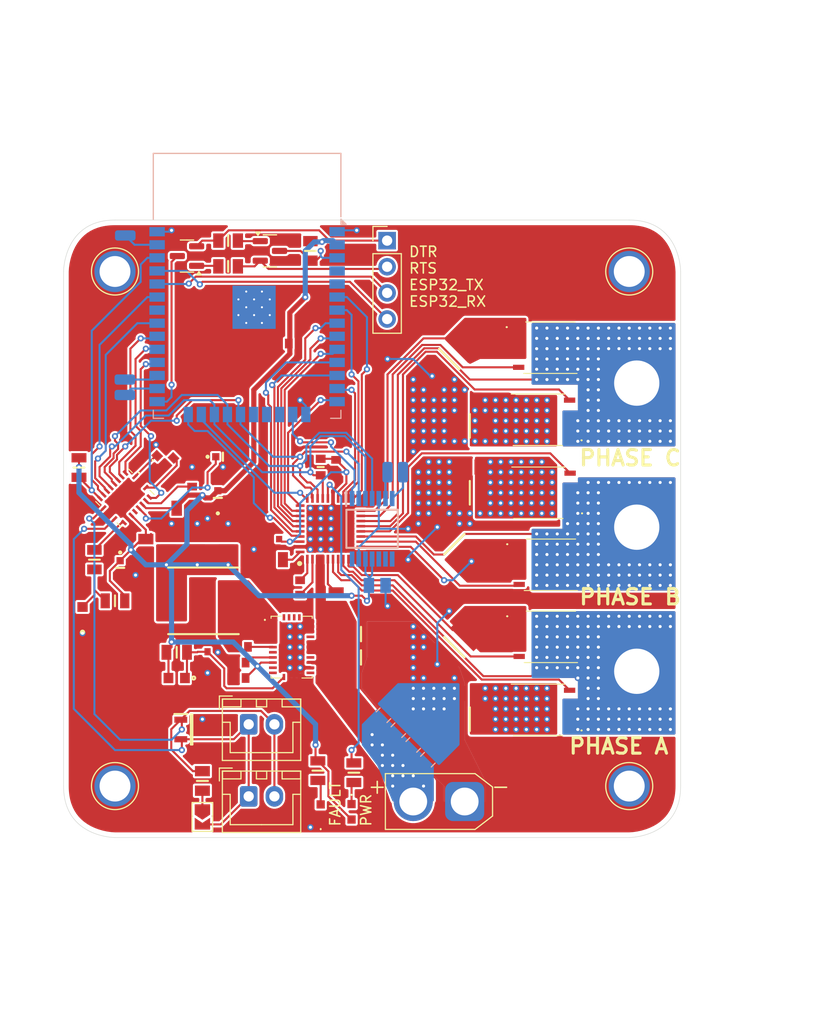
<source format=kicad_pcb>
(kicad_pcb (version 20241229) (generator "pcbnew") (generator_version "9.0")
  (layers (0 "F.Cu" signal) (4 "In1.Cu" power) (6 "In2.Cu" power) (2 "B.Cu" signal) (13 "F.Paste" user) (15 "B.Paste" user) (5 "F.SilkS" user "F.Silkscreen") (7 "B.SilkS" user "B.Silkscreen") (1 "F.Mask" user) (3 "B.Mask" user) (25 "Edge.Cuts" user))
  (net 0 "")
  (net 1 "ESP32_EN")
  (net 2 "GND")
  (net 3 "ESP32_BOOT")
  (net 4 "+BATT")
  (net 5 "FB")
  (net 6 "SOC")
  (net 7 "DVDD")
  (net 8 "SYS_3.3V")
  (net 9 "ESP32_TX")
  (net 10 "ESP32_RX")
  (net 11 "PHASE_C")
  (net 12 "/DRV8353S/GHB")
  (net 13 "/DRV8353S/GLB")
  (net 14 "ESP32_SDO")
  (net 15 "/DRV8353S/SPC")
  (net 16 "ESP32_SDI")
  (net 17 "/DRV8353S/GLC")
  (net 18 "/DRV8353S/GLA")
  (net 19 "PHASE_B")
  (net 20 "INLC")
  (net 21 "/DRV8353S/GHA")
  (net 22 "INHB")
  (net 23 "PHASE_A")
  (net 24 "INHA")
  (net 25 "ESP32_SCLK")
  (net 26 "nFault")
  (net 27 "/DRV8353S/SPB")
  (net 28 "/DRV8353S/SPA")
  (net 29 "/DRV8353S/GHC")
  (net 30 "INHC")
  (net 31 "INLB")
  (net 32 "DRV_ENABLE")
  (net 33 "INLA")
  (net 34 "DRV_nCS")
  (net 35 "SOA")
  (net 37 "SOB")
  (net 40 "MAG_ENCODER_nCS")
  (net 43 "TCAN_nWKRQ")
  (net 44 "TCAN_GPIO2")
  (net 45 "TCAN_GPIO1")
  (net 46 "TCAN_nINT")
  (net 47 "TCAN_RST")
  (net 48 "Net-(IC3-BOOT)")
  (net 49 "Net-(IC3-SW_1)")
  (net 50 "Net-(IC3-VCC)")
  (net 61 "Net-(IC5-VCCOUT)")
  (net 62 "Net-(IC5-FLTR)")
  (net 63 "DTR")
  (net 64 "RTS")
  (net 65 "Net-(JP1-A)")
  (net 66 "Net-(LED2-A)")
  (net 68 "TCAN_nCS")
  (net 69 "Net-(IC2-VGLS)")
  (net 70 "Net-(IC2-CPL)")
  (net 71 "Net-(IC2-CPH)")
  (net 72 "Net-(IC2-VCP)")
  (net 73 "CANH")
  (net 74 "CANL")
  (net 75 "Net-(IC5-WAKE)")
  (net 76 "OSC1")
  (net 78 "Net-(IC1-B)")
  (net 81 "Net-(IC1-A)")
  (net 83 "Net-(Q1-B)")
  (net 84 "Net-(Q2-B)")
  (net 86 "OSC2")
  (net 87 "Net-(J1-Pin_1)")
  (net 88 "Net-(LED1-K)")
  (net 89 "Net-(J2-Pin_1)")
  (net 90 "Net-(J5-Pin_1)")
  (net 91 "Net-(C32-Pad2)")
  (footprint "SamacSys_Parts:C0603" (layer "F.Cu") (at 46.844492 83.396594 90)
    (property "Reference" "C32" (hide yes))
    (property "Value" "0.01uF 6.3V" (hide yes))
  )
  (footprint "SamacSys_Parts:CAPC2012X145N" (layer "F.Cu") (at 60.83 76.17 90)
    (property "Reference" "C21" (hide yes))
    (property "Value" "47uF 10V" (hide yes))
  )
  (footprint "SamacSys_Parts:CAPC2012X94N" (layer "F.Cu") (at 84.65 69 180)
    (property "Reference" "C8" (hide yes))
    (property "Value" "0.1uF 50V" (hide yes))
  )
  (footprint "SamacSys_Parts:LM76003RNPR" (layer "F.Cu") (at 67.175 86.5)
    (property "Reference" "IC3" (hide yes))
    (property "Value" "LM76003RNPR" (hide yes))
  )
  (footprint "SamacSys_Parts:CAPC2012X145N" (layer "F.Cu") (at 65.5 78)
    (property "Reference" "C10" (hide yes))
    (property "Value" "1uF 16V" (hide yes))
  )
  (footprint "SamacSys_Parts:CAPC3225X270N" (layer "F.Cu") (at 84.5 93.5)
    (property "Reference" "C11" (hide yes))
    (property "Value" "10uF 50V" (hide yes))
  )
  (footprint "SamacSys_Parts:CAPC2012X145N" (layer "F.Cu") (at 58 76.17 90)
    (property "Reference" "C20" (hide yes))
    (property "Value" "47uF 10V" (hide yes))
  )
  (footprint "SamacSys_Parts:MBASx168" (layer "F.Cu") (at 60.5 68)
    (property "Reference" "C30" (hide yes))
    (property "Value" "10uF 6.3V" (hide yes))
  )
  (footprint "SamacSys_Parts:CAPC2012X145N" (layer "F.Cu") (at 55.17 76.17 90)
    (property "Reference" "C19" (hide yes))
    (property "Value" "47uF 10V" (hide yes))
  )
  (footprint "SamacSys_Parts:CAPC1608X90N" (layer "F.Cu") (at 62 88 180)
    (property "Reference" "C26" (hide yes))
    (property "Value" "1uF 10V" (hide yes))
  )
  (footprint "Connector_Wire:SolderWire-6sqmm_1x01_D3.5mm_OD7mm" (layer "F.Cu") (at 100.7305 74.845)
    (property "Reference" "J4" (hide yes))
    (property "Value" "Conn_01x01_Pin")
  )
  (footprint "Connector_JST:JST_XH_B2B-XH-A_1x02_P2.50mm_Vertical" (layer "F.Cu") (at 63 94)
    (property "Reference" "J11" (hide yes))
    (property "Value" "CAN1")
  )
  (footprint "SamacSys_Parts:RESC2012X60N" (layer "F.Cu") (at 48 78 90)
    (property "Reference" "R15" (hide yes))
    (property "Value" "33k" (hide yes))
  )
  (footprint "SamacSys_Parts:CAPC1608X90N" (layer "F.Cu") (at 66.2 57 180)
    (property "Reference" "C1" (hide yes))
    (property "Value" "0.1uF 166V" (hide yes))
  )
  (footprint "SamacSys_Parts:ABM11W300000MHZ4B1UT3" (layer "F.Cu") (at 54.893934 68.013 -45)
    (property "Reference" "Y1" (hide yes))
    (property "Value" "ABM11W-40.0000MHZ-4-K1Z-T3" (hide yes))
  )
  (footprint "SamacSys_Parts:QFN50P600X600X80-41N-D" (layer "F.Cu") (at 70.95 75 90)
    (property "Reference" "IC2" (hide yes))
    (property "Value" "DRV8353SRTAT" (hide yes))
  )
  (footprint "SamacSys_Parts:CAPC1608X90N" (layer "F.Cu") (at 57.5 70.2 -90)
    (property "Reference" "C31" (hide yes))
    (property "Value" "0.33uF 6.3V" (hide yes))
  )
  (footprint "TestPoint:TestPoint_Plated_Hole_D3.0mm" (layer "F.Cu") (at 50 100)
    (property "Reference" "TP3" (hide yes))
    (property "Value" "TestPoint")
  )
  (footprint "SamacSys_Parts:CAPC3216X229N" (layer "F.Cu") (at 73.92 87.5 180)
    (property "Reference" "C22" (hide yes))
    (property "Value" "4.7uF 50V" (hide yes))
  )
  (footprint "SamacSys_Parts:MBASx168" (layer "F.Cu") (at 50.5 78.8 -90)
    (property "Reference" "C28" (hide yes))
    (property "Value" "10uF 6.3V" (hide yes))
  )
  (footprint "SamacSys_Parts:CAPC2012X140N" (layer "F.Cu") (at 53 76.81 90)
    (property "Reference" "C29" (hide yes))
    (property "Value" "0.1uF 6.3V" (hide yes))
  )
  (footprint "SamacSys_Parts:RESC2012X65N" (layer "F.Cu") (at 61 49.5 180)
    (property "Reference" "R3" (hide yes))
    (property "Value" "10k" (hide yes))
  )
  (footprint "SamacSys_Parts:BSC016N06NS" (layer "F.Cu") (at 88.901 90.94 90)
    (property "Reference" "Q7" (hide yes))
    (property "Value" "BSC016N06NSATMA1" (hide yes))
  )
  (footprint "SamacSys_Parts:CAPC1608X90N" (layer "F.Cu") (at 62.227854 86.475194 180)
    (property "Reference" "C25" (hide yes))
    (property "Value" "0.47uF 10V" (hide yes))
  )
  (footprint "SamacSys_Parts:TCAN4551RGYRQ1" (layer "F.Cu") (at 50.94939 71.989949 -45)
    (property "Reference" "IC5" (hide yes))
    (property "Value" "TCAN4550RGYR" (hide yes))
  )
  (footprint "SamacSys_Parts:BSC016N06NS" (layer "F.Cu") (at 88.901 62.75 90)
    (property "Reference" "Q3" (hide yes))
    (property "Value" "BSC016N06NSATMA1" (hide yes))
  )
  (footprint "SamacSys_Parts:CAPC1608X90N" (layer "F.Cu") (at 68 80.7 90)
    (property "Reference" "C15" (hide yes))
    (property "Value" "0.047uF 50V" (hide yes))
  )
  (footprint "Package_TO_SOT_SMD:SOT-23" (layer "F.Cu") (at 65.0625 48)
    (property "Reference" "Q1" (hide yes))
    (property "Value" "MMSS8050-H-TP")
  )
  (footprint "SamacSys_Parts:RESC2012X50N" (layer "F.Cu") (at 56 87 180)
    (property "Reference" "R10" (hide yes))
    (property "Value" "100k" (hide yes))
  )
  (footprint "SamacSys_Parts:RESC2012X55N" (layer "F.Cu") (at 50 82)
    (property "Reference" "R14" (hide yes))
    (property "Value" "3k" (hide yes))
  )
  (footprint "SamacSys_Parts:RESC2012X65N" (layer "F.Cu") (at 69 48 90)
    (property "Reference" "R1" (hide yes))
    (property "Value" "10k" (hide yes))
  )
  (footprint "SamacSys_Parts:RESC2012X55N" (layer "F.Cu") (at 46.5 69.05 90)
    (property "Reference" "R13" (hide yes))
    (property "Value" "3k" (hide yes))
  )
  (footprint "SamacSys_Parts:RESC6430X80N" (layer "F.Cu") (at 83 76.5 135)
    (property "Reference" "R5" (hide yes))
    (property "Value" "ULR3-R0015FT2" (hide yes))
  )
  (footprint "SamacSys_Parts:CAPC3225X270N" (layer "F.Cu") (at 84.5 65)
    (property "Reference" "C13" (hide yes))
    (property "Value" "10uF 50V" (hide yes))
  )
  (footprint "Package_TO_SOT_SMD:SOT-23" (layer "F.Cu") (at 57 48.5 180)
    (property "Reference" "Q2" (hide yes))
    (property "Value" "MMSS8050-H-TP")
  )
  (footprint "SamacSys_Parts:SOT95P237X112-3N" (layer "F.Cu") (at 57.45 94.5)
    (property "Reference" "IC4" (hide yes))
    (property "Value" "ESD2CAN24DBZRQ1" (hide yes))
  )
  (footprint "SamacSys_Parts:CAPC2012X140N" (layer "F.Cu") (at 56.81 73 180)
    (property "Reference" "C34" (hide yes))
    (property "Value" "0.1uF 6.3V" (hide yes))
  )
  (footprint "SamacSys_Parts:RESC1608X55N" (layer "F.Cu") (at 70 69 90)
    (property "Reference" "R7" (hide yes))
    (property "Value" "50K" (hide yes))
  )
  (footprint "Connector_AMASS:AMASS_XT30U-M_1x02_P5.0mm_Vertical" (layer "F.Cu") (at 84 101.5 180)
    (property "Reference" "J7" (hide yes))
    (property "Value" "PWR")
  )
  (footprint "SamacSys_Parts:CAPC2012X145N" (layer "F.Cu") (at 71.5 82 90)
    (property "Reference" "C16" (hide yes))
    (property "Value" "1uF 16V" (hide yes))
  )
  (footprint "SamacSys_Parts:RESC2012X55N" (layer "F.Cu") (at 69.725 98.5 -90)
    (property "Reference" "R9" (hide yes))
    (property "Value" "330R" (hide yes))
  )
  (footprint "SamacSys_Parts:RESC1005X40N" (layer "F.Cu") (at 59 87.5 90)
    (property "Reference" "R11" (hide yes))
    (property "Value" "43.7k" (hide yes))
  )
  (footprint "SamacSys_Parts:KREELP4122Q1S136A8J8020R18" (layer "F.Cu") (at 70 102.532 90)
    (property "Reference" "LED2" (hide yes))
    (property "Value" "PWR_LED" (hide yes))
  )
  (footprint "SamacSys_Parts:KREELP4122Q1S136A8J8020R18" (layer "F.Cu") (at 73 102.5 -90)
    (property "Reference" "LED1" (hide yes))
    (property "Value" "Fault_LED" (hide yes))
  )
  (footprint "SamacSys_Parts:CAPC2012X94N" (layer "F.Cu") (at 84.5 91 180)
    (property "Reference" "C7" (hide yes))
    (property "Value" "0.1uF 50V" (hide yes))
  )
  (footprint "SamacSys_Parts:RESC6430X80N" (layer "F.Cu") (at 83 86.5 -135)
    (property "Reference" "R6" (hide yes))
    (property "Value" "ULR3-R0015FT2" (hide yes))
  )
  (footprint "SamacSys_Parts:RESC2012X65N" (layer "F.Cu") (at 61 47)
    (property "Reference" "R2" (hide yes))
    (property "Value" "10k" (hide yes))
  )
  (footprint "SamacSys_Parts:C0603" (layer "F.Cu") (at 56 89.5 180)
    (property "Reference" "C24" (hide yes))
    (property "Value" "0.01uF 6.3V" (hide yes))
  )
  (footprint "TestPoint:TestPoint_Plated_Hole_D3.0mm" (layer "F.Cu") (at 50 50)
    (property "Reference" "TP1" (hide yes))
    (property "Value" "TestPoint")
  )
  (footprint "SamacSys_Parts:BSC016N06NS" (layer "F.Cu") (at 88.95 69.845 90)
    (property "Reference" "Q5" (hide yes))
    (property "Value" "BSC016N06NSATMA1" (hide yes))
  )
  (footprint "SamacSys_Parts:BSC016N06NS" (layer "F.Cu") (at 94.551 59.06 -90)
    (property "Reference" "Q4" (hide yes))
    (property "Value" "BSC016N06NSATMA1" (hide yes))
  )
  (footprint "SamacSys_Parts:CAPC1608X90N" (layer "F.Cu") (at 71.5 69 -90)
    (property "Reference" "C17" (hide yes))
    (property "Value" "0.1uF 16V" (hide yes))
  )
  (footprint "Connector_JST:JST_XH_B2B-XH-A_1x02_P2.50mm_Vertical" (layer "F.Cu") (at 63 101)
    (property "Reference" "J12" (hide yes))
    (property "Value" "CAN2")
  )
  (footprint "SamacSys_Parts:RESC2012X55N" (layer "F.Cu") (at 73.225 98.7 -90)
    (property "Reference" "R8" (hide yes))
    (property "Value" "330R" (hide yes))
  )
  (footprint "SamacSys_Parts:CAPC1005X55N" (layer "F.Cu") (at 65.5 76 180)
    (property "Reference" "C14" (hide yes))
    (property "Value" "1uF 6.3V" (hide yes))
  )
  (footprint "SamacSys_Parts:BSC016N06NS" (layer "F.Cu") (at 94.6 80.155 -90)
    (property "Reference" "Q6" (hide yes))
    (property "Value" "BSC016N06NSATMA1" (hide yes))
  )
  (footprint "SamacSys_Parts:INDPM6965X240N" (layer "F.Cu") (at 58.6 82)
    (property "Reference" "L1" (hide yes))
    (property "Value" "10uH" (hide yes))
  )
  (footprint "Connector_Wire:SolderWire-6sqmm_1x01_D3.5mm_OD7mm" (layer "F.Cu") (at 100.7305 88.845)
    (property "Reference" "J6" (hide yes))
    (property "Value" "Conn_01x01_Pin")
  )
  (footprint "SamacSys_Parts:MBASx168" (layer "F.Cu") (at 60 72 90)
    (property "Reference" "C33" (hide yes))
    (property "Value" "10uF 6.3V" (hide yes))
  )
  (footprint "Connector_PinHeader_2.54mm:PinHeader_1x04_P2.54mm_Vertical" (layer "F.Cu") (at 76.46 47)
    (property "Reference" "J8" (hide yes))
    (property "Value" "Conn_01x04_Pin")
  )
  (footprint "SamacSys_Parts:CAPC3216X229N" (layer "F.Cu") (at 73.92 85.23 180)
    (property "Reference" "C23" (hide yes))
    (property "Value" "4.7uF 50V" (hide yes))
  )
  (footprint "SamacSys_Parts:CAPC1608X90N" (layer "F.Cu") (at 62 89.5 180)
    (property "Reference" "C27" (hide yes))
    (property "Value" "1uF 10V" (hide yes))
  )
  (footprint "TestPoint:TestPoint_Plated_Hole_D3.0mm" (layer "F.Cu") (at 100 100)
    (property "Reference" "TP4" (hide yes))
    (property "Value" "TestPoint")
  )
  (footprint "SamacSys_Parts:CAPC3225X270N" (layer "F.Cu") (at 84.5 71.5)
    (property "Reference" "C12" (hide yes))
    (property "Value" "10uF 50V" (hide yes))
  )
  (footprint "SamacSys_Parts:CAPC1608X90N" (layer "F.Cu") (at 73.8 89.5)
    (property "Reference" "C18" (hide yes))
    (property "Value" "0.047 50V" (hide yes))
  )
  (footprint "SamacSys_Parts:CAPC2012X94N" (layer "F.Cu") (at 84.35 62.5 180)
    (property "Reference" "C9" (hide yes))
    (property "Value" "0.1uF 50V" (hide yes))
  )
  (footprint "TestPoint:TestPoint_Plated_Hole_D3.0mm" (layer "F.Cu") (at 100 50)
    (property "Reference" "TP2" (hide yes))
    (property "Value" "TestPoint")
  )
  (footprint "SamacSys_Parts:RESC6430X80N" (layer "F.Cu") (at 82.5 58.5 -135)
    (property "Reference" "R4" (hide yes))
    (property "Value" "ULR3-R0015FT2" (hide yes))
  )
  (footprint "SamacSys_Parts:BSC016N06NS" (layer "F.Cu") (at 94.6 87.155 -90)
    (property "Reference" "Q8" (hide yes))
    (property "Value" "BSC016N06NSATMA1" (hide yes))
  )
  (footprint "Jumper:SolderJumper-2_P1.3mm_Open_TrianglePad1.0x1.5mm" (layer "F.Cu") (at 58.5 103 -90)
    (property "Reference" "JP1" (hide yes))
    (property "Value" "CANBUS_TERM")
  )
  (footprint "Connector_Wire:SolderWire-6sqmm_1x01_D3.5mm_OD7mm" (layer "F.Cu") (at 100.7305 60.845)
    (property "Reference" "J3" (hide yes))
    (property "Value" "Conn_01x01_Pin")
  )
  (footprint "SamacSys_Parts:RESC2013X65N" (layer "F.Cu") (at 58.5 99.5 -90)
    (property "Reference" "R12" (hide yes))
    (property "Value" "120" (hide yes))
  )
  (footprint "Capacitor_SMD:C_0805_2012Metric_Pad1.18x1.45mm_HandSolder" (layer "B.Cu") (at 77.550231 94.573037 45)
    (property "Reference" "C5" (hide yes))
    (property "Value" "C")
  )
  (footprint "RF_Module:ESP32-WROOM-32" (layer "B.Cu") (at 62.845 54.385 180)
    (property "Reference" "U1" (hide yes))
    (property "Value" "ESP32-WROOM-32")
  )
  (footprint "Capacitor_SMD:C_0805_2012Metric_Pad1.18x1.45mm_HandSolder" (layer "B.Cu") (at 76.108256 93.118071 45)
    (property "Reference" "C2" (hide yes))
    (property "Value" "C")
  )
  (footprint "Connector_Wire:SolderWirePad_1x01_SMD_1x2mm" (layer "B.Cu") (at 78 69.5)
    (property "Reference" "J10" (hide yes))
    (property "Value" "MAG_ENCODER_B")
  )
  (footprint "Connector_Wire:SolderWirePad_1x01_SMD_1x2mm" (layer "B.Cu") (at 50.96 62 -90)
    (property "Reference" "J1" (hide yes))
    (property "Value" "IO34")
  )
  (footprint "Capacitor_SMD:C_0805_2012Metric_Pad1.18x1.45mm_HandSolder" (layer "B.Cu") (at 79 96 45)
    (property "Reference" "C4" (hide yes))
    (property "Value" "C")
  )
  (footprint "Capacitor_SMD:C_0805_2012Metric_Pad1.18x1.45mm_HandSolder" (layer "B.Cu") (at 80.422814 97.437277 45)
    (property "Reference" "C3" (hide yes))
    (property "Value" "C")
  )
  (footprint "Connector_Wire:SolderWirePad_1x01_SMD_1x2mm" (layer "B.Cu") (at 51 46.5 90)
    (property "Reference" "J5" (hide yes))
    (property "Value" "IO23")
  )
  (footprint "Connector_Wire:SolderWirePad_1x01_SMD_1x2mm" (layer "B.Cu") (at 76.5 69.5)
    (property "Reference" "J9" (hide yes))
    (property "Value" "MAG_ENCODER_A")
  )
  (footprint "Connector_Wire:SolderWirePad_1x01_SMD_1x2mm" (layer "B.Cu") (at 50.96 60.5 -90)
    (property "Reference" "J2" (hide yes))
    (property "Value" "IO15")
  )
  (footprint "SamacSys_Parts:SOP65P640X120-14N" (layer "B.Cu") (at 75 75 -90)
    (property "Reference" "IC1" (hide yes))
    (property "Value" "AS5047P-ATSM" (hide yes))
  )
  (footprint "SamacSys_Parts:CAPC2012X140N" (layer "B.Cu") (at 75.5 80.5)
    (property "Reference" "C6" (hide yes))
    (property "Value" "0.1uF" (hide yes))
  )
  (gr_line (start 105 50) (end 105 100) (stroke (width 0.05)) (layer "Edge.Cuts"))
  (gr_line (start 50 45) (end 100 45) (stroke (width 0.05)) (layer "Edge.Cuts"))
  (gr_curve (pts (xy 100 45) (xy 105 45) (xy 105 50) (xy 105 50)) (stroke (width 0.05)) (layer "Edge.Cuts"))
  (gr_curve (pts (xy 105 100) (xy 105 105) (xy 100 105) (xy 100 105)) (stroke (width 0.05)) (layer "Edge.Cuts"))
  (gr_line (start 45 50) (end 45 100) (stroke (width 0.05)) (layer "Edge.Cuts"))
  (gr_curve (pts (xy 50 45) (xy 45 45) (xy 45 50) (xy 45 50)) (stroke (width 0.05)) (layer "Edge.Cuts"))
  (gr_curve (pts (xy 45 100) (xy 45 105) (xy 50 105) (xy 50 105)) (stroke (width 0.05)) (layer "Edge.Cuts"))
  (gr_line (start 50 105) (end 100 105) (stroke (width 0.05)) (layer "Edge.Cuts"))
  (gr_text "PWR" (at 75 104 90) (layer "F.SilkS") (effects (font (size 1 1)) (justify left bottom)))
  (gr_text "DTR\nRTS\nESP32_TX\nESP32_RX" (at 78.5 53.5 0) (layer "F.SilkS") (effects (font (size 1 1)) (justify left bottom)))
  (gr_text "PHASE C" (at 95 69 0) (layer "F.SilkS") (effects (font (size 1.5 1.5) (thickness 0.3) (bold yes)) (justify left bottom)))
  (gr_text "PHASE B" (at 95 82.5 0) (layer "F.SilkS") (effects (font (size 1.5 1.5) (thickness 0.3) (bold yes)) (justify left bottom)))
  (gr_text "FAULT" (at 72 104 90) (layer "F.SilkS") (effects (font (size 1 1)) (justify left bottom)))
  (gr_text "PHASE A" (at 94 97 0) (layer "F.SilkS") (effects (font (size 1.5 1.5) (thickness 0.3) (bold yes)) (justify left bottom)))
  (segment (start 68.05 48) (end 69 48.95) (width 0.2) (layer "F.Cu") (net 1))
  (segment (start 70 48.5) (end 69.55 48.95) (width 0.2) (layer "F.Cu") (net 1))
  (segment (start 66 48) (end 68.05 48) (width 0.2) (layer "F.Cu") (net 1))
  (segment (start 70 48) (end 70 48.5) (width 0.2) (layer "F.Cu") (net 1))
  (segment (start 69.55 48.95) (end 69 48.95) (width 0.2) (layer "F.Cu") (net 1))
  (via (at 70 48) (size 0.6) (drill 0.3) (layers "F.Cu" "B.Cu") (net 1))
  (segment (start 70 48.5) (end 70.175 48.675) (width 0.2) (layer "B.Cu") (net 1))
  (segment (start 70 48) (end 70 48.5) (width 0.2) (layer "B.Cu") (net 1))
  (segment (start 70.175 48.675) (end 71.595 48.675) (width 0.2) (layer "B.Cu") (net 1))
  (segment (start 59 74) (end 58 73) (width 0.2) (layer "F.Cu") (net 2))
  (segment (start 61.2 68) (end 61.2 68.3) (width 0.2) (layer "F.Cu") (net 2))
  (segment (start 71.2 72.8) (end 71 73) (width 0.2) (layer "F.Cu") (net 2))
  (segment (start 61.3 89.5) (end 61.3 88) (width 0.2) (layer "F.Cu") (net 2))
  (segment (start 59 88.05) (end 59 89) (width 0.2) (layer "F.Cu") (net 2))
  (segment (start 71.2 72.05) (end 71.2 72.8) (width 0.2) (layer "F.Cu") (net 2))
  (segment (start 55.17 75.34) (end 55.17 74.83) (width 0.2) (layer "F.Cu") (net 2))
  (segment (start 77.75 77.25) (end 73.9 77.25) (width 0.2) (layer "F.Cu") (net 2))
  (segment (start 61.3 88) (end 61 88) (width 0.2) (layer "F.Cu") (net 2))
  (segment (start 53 77.62) (end 53 78.5) (width 0.2) (layer "F.Cu") (net 2))
  (segment (start 74.75 72.75) (end 75.5 72) (width 0.2) (layer "F.Cu") (net 2))
  (segment (start 76 59) (end 76.5 58.5) (width 0.2) (layer "F.Cu") (net 2))
  (segment (start 73.2 77.95) (end 77.45 77.95) (width 0.2) (layer "F.Cu") (net 2))
  (segment (start 54.485105 68.807788) (end 52.734835 70.558058) (width 0.2) (layer "F.Cu") (net 2))
  (segment (start 60 73) (end 59 74) (width 0.2) (layer "F.Cu") (net 2))
  (segment (start 75.5 72) (end 76 71.5) (width 0.2) (layer "F.Cu") (net 2))
  (segment (start 72 70.2) (end 71.5 69.7) (width 0.2) (layer "F.Cu") (net 2))
  (segment (start 60.83 74.67) (end 61 74.5) (width 0.2) (layer "F.Cu") (net 2))
  (segment (start 65.5 56.2125) (end 64.2875 55) (width 0.2) (layer "F.Cu") (net 2))
  (segment (start 65.04 76) (end 64.5 76) (width 0.2) (layer "F.Cu") (net 2))
  (segment (start 60 72.7) (end 60 73) (width 0.2) (layer "F.Cu") (net 2))
  (segment (start 58 73) (end 57.62 73) (width 0.2) (layer "F.Cu") (net 2))
  (segment (start 78.5 78) (end 77.75 77.25) (width 0.2) (layer "F.Cu") (net 2))
  (segment (start 60.83 75.34) (end 60.83 74.67) (width 0.2) (layer "F.Cu") (net 2))
  (segment (start 64.67 78) (end 64.5 78) (width 0.2) (layer "F.Cu") (net 2))
  (segment (start 73.9 72.75) (end 74.75 72.75) (width 0.2) (layer "F.Cu") (net 2))
  (segment (start 71.2 71.3) (end 72 70.5) (width 0.2) (layer "F.Cu") (net 2))
  (segment (start 64.5 78) (end 63.5 77) (width 0.2) (layer "F.Cu") (net 2))
  (segment (start 69 104) (end 69.282 104) (width 0.2) (layer "F.Cu") (net 2))
  (segment (start 68 76.75) (end 68.75 76.75) (width 0.2) (layer "F.Cu") (net 2))
  (segment (start 53 78.5) (end 52 79.5) (width 0.2) (layer "F.Cu") (net 2))
  (segment (start 69.282 104) (end 70 103.282) (width 0.2) (layer "F.Cu") (net 2))
  (segment (start 54.399713 66.830057) (end 54.787161 67.217505) (width 0.2) (layer "F.Cu") (net 2))
  (segment (start 76 71.5) (end 76 70.5) (width 0.2) (layer "F.Cu") (net 2))
  (segment (start 58.5 94.5) (end 58.5 93.5) (width 0.2) (layer "F.Cu") (net 2))
  (segment (start 61 88) (end 60 87) (width 0.2) (layer "F.Cu") (net 2))
  (segment (start 46.844492 85.155508) (end 46.844492 84.196594) (width 0.2) (layer "F.Cu") (net 2))
  (segment (start 52 79.5) (end 50.5 79.5) (width 0.2) (layer "F.Cu") (net 2))
  (segment (start 61.2 68.3) (end 60.5 69) (width 0.2) (layer "F.Cu") (net 2))
  (segment (start 76 70.5) (end 76 59) (width 0.2) (layer "F.Cu") (net 2))
  (segment (start 55 68.807788) (end 54.485105 68.807788) (width 0.2) (layer "F.Cu") (net 2))
  (segment (start 57.5 69) (end 57.5 69.5) (width 0.2) (layer "F.Cu") (net 2))
  (segment (start 53.978574 66.830057) (end 54.399713 66.830057) (width 0.2) (layer "F.Cu") (net 2))
  (segment (start 68.75 76.75) (end 69 77) (width 0.2) (layer "F.Cu") (net 2))
  (segment (start 71.2 72.05) (end 71.2 71.3) (width 0.2) (layer "F.Cu") (net 2))
  (segment (start 77.45 77.95) (end 82.5 83) (width 0.2) (layer "F.Cu") (net 2))
  (segment (start 58 75.34) (end 58 74.5) (width 0.2) (layer "F.Cu") (net 2))
  (segment (start 72 70.5) (end 72 70.2) (width 0.2) (layer "F.Cu") (net 2))
  (segment (start 64.5 76) (end 63.5 77) (width 0.2) (layer "F.Cu") (net 2))
  (segment (start 65.5 57) (end 65.5 56.2125) (width 0.2) (layer "F.Cu") (net 2))
  (segment (start 55.17 74.83) (end 55.5 74.5) (width 0.2) (layer "F.Cu") (net 2))
  (via (at 82 92.5) (size 0.6) (drill 0.3) (layers "F.Cu" "B.Cu") (net 2))
  (via (at 83 66.5) (size 0.6) (drill 0.3) (layers "F.Cu" "B.Cu") (net 2))
  (via (at 59 74) (size 0.6) (drill 0.3) (layers "F.Cu" "B.Cu") (net 2))
  (via (at 80 90.5) (size 0.6) (drill 0.3) (layers "F.Cu" "B.Cu") (net 2))
  (via (at 79 65.5) (size 0.6) (drill 0.3) (layers "F.Cu" "B.Cu") (net 2))
  (via (at 80.838299 60.161701) (size 0.6) (drill 0.3) (layers "F.Cu" "B.Cu") (net 2))
  (via (at 82.5 83) (size 0.6) (drill 0.3) (layers "F.Cu" "B.Cu") (net 2))
  (via (at 79 89.5) (size 0.6) (drill 0.3) (layers "F.Cu" "B.Cu") (net 2))
  (via (at 83 62.5) (size 0.6) (drill 0.3) (layers "F.Cu" "B.Cu") (net 2))
  (via (at 69 104) (size 0.6) (drill 0.3) (layers "F.Cu" "B.Cu") (net 2))
  (via (at 83.5 74.5) (size 0.6) (drill 0.3) (layers "F.Cu" "B.Cu") (net 2))
  (via (at 80 86.5) (size 0.6) (drill 0.3) (layers "F.Cu" "B.Cu") (net 2))
  (via (at 68 87.5) (size 0.6) (drill 0.3) (layers "F.Cu" "B.Cu") (net 2))
  (via (at 84.5 74.5) (size 0.6) (drill 0.3) (layers "F.Cu" "B.Cu") (net 2))
  (via (at 73.5 46) (size 0.6) (drill 0.3) (layers "F.Cu" "B.Cu") (net 2))
  (via (at 80 63.5) (size 0.6) (drill 0.3) (layers "F.Cu" "B.Cu") (net 2))
  (via (at 81 65.5) (size 0.6) (drill 0.3) (layers "F.Cu" "B.Cu") (net 2))
  (via (at 69 76) (size 0.6) (drill 0.3) (layers "F.Cu" "B.Cu") (net 2))
  (via (at 83 60.5) (size 0.6) (drill 0.3) (layers "F.Cu" "B.Cu") (net 2))
  (via (at 69 73) (size 0.6) (drill 0.3) (layers "F.Cu" "B.Cu") (net 2))
  (via (at 79 63.5) (size 0.6) (drill 0.3) (layers "F.Cu" "B.Cu") (net 2))
  (via (at 79.5 71.5) (size 0.6) (drill 0.3) (layers "F.Cu" "B.Cu") (net 2))
  (via (at 71 73) (size 0.6) (drill 0.3) (layers "F.Cu" "B.Cu") (net 2))
  (via (at 52 79.5) (size 0.6) (drill 0.3) (layers "F.Cu" "B.Cu") (net 2))
  (via (at 55.5 46) (size 0.6) (drill 0.3) (layers "F.Cu" "B.Cu") (net 2))
  (via (at 81.338299 74.838299) (size 0.6) (drill 0.3) (layers "F.Cu" "B.Cu") (net 2))
  (via (at 82 61.5) (size 0.6) (drill 0.3) (layers "F.Cu" "B.Cu") (net 2))
  (via (at 84 61.5) (size 0.6) (drill 0.3) (layers "F.Cu" "B.Cu") (net 2))
  (via (at 81 91.5) (size 0.6) (drill 0.3) (layers "F.Cu" "B.Cu") (net 2))
  (via (at 76.5 58.5) (size 0.6) (drill 0.3) (layers "F.Cu" "B.Cu") (net 2))
  (via (at 81 90.5) (size 0.6) (drill 0.3) (layers "F.Cu" "B.Cu") (net 2))
  (via (at 82 90.5) (size 0.6) (drill 0.3) (layers "F.Cu" "B.Cu") (net 2))
  (via (at 63.5 77) (size 0.6) (drill 0.3) (layers "F.Cu" "B.Cu") (net 2))
  (via (at 82 62.5) (size 0.6) (drill 0.3) (layers "F.Cu" "B.Cu") (net 2))
  (via (at 81.5 72.5) (size 0.6) (drill 0.3) (layers "F.Cu" "B.Cu") (net 2))
  (via (at 79 84.5) (size 0.6) (drill 0.3) (layers "F.Cu" "B.Cu") (net 2))
  (via (at 68 86.5) (size 0.6) (drill 0.3) (layers "F.Cu" "B.Cu") (net 2))
  (via (at 80.5 73.5) (size 0.6) (drill 0.3) (layers "F.Cu" "B.Cu") (net 2))
  (via (at 79 88.5) (size 0.6) (drill 0.3) (layers "F.Cu" "B.Cu") (net 2))
  (via (at 71 74) (size 0.6) (drill 0.3) (layers "F.Cu" "B.Cu") (net 2))
  (via (at 79.5 69.5) (size 0.6) (drill 0.3) (layers "F.Cu" "B.Cu") (net 2))
  (via (at 76.5 82.5) (size 0.6) (drill 0.3) (layers "F.Cu" "B.Cu") (net 2))
  (via (at 79 66.5) (size 0.6) (drill 0.3) (layers "F.Cu" "B.Cu") (net 2))
  (via (at 81 64.5) (size 0.6) (drill 0.3) (layers "F.Cu" "B.Cu") (net 2))
  (via (at 84 66.5) (size 0.6) (drill 0.3) (layers "F.Cu" "B.Cu") (net 2))
  (via (at 58 74.5) (size 0.6) (drill 0.3) (layers "F.Cu" "B.Cu") (net 2))
  (via (at 82 66.5) (size 0.6) (drill 0.3) (layers "F.Cu" "B.Cu") (net 2))
  (via (at 80.5 71.5) (size 0.6) (drill 0.3) (layers "F.Cu" "B.Cu") (net 2))
  (via (at 79 92.5) (size 0.6) (drill 0.3) (layers "F.Cu" "B.Cu") (net 2))
  (via (at 80 65.5) (size 0.6) (drill 0.3) (layers "F.Cu" "B.Cu") (net 2))
  (via (at 61 74.5) (size 0.6) (drill 0.3) (layers "F.Cu" "B.Cu") (net 2))
  (via (at 71 75) (size 0.6) (drill 0.3) (layers "F.Cu" "B.Cu") (net 2))
  (via (at 81.5 71.5) (size 0.6) (drill 0.3) (layers "F.Cu" "B.Cu") (net 2))
  (via (at 81.338299 88.161701) (size 0.6) (drill 0.3) (layers "F.Cu" "B.Cu") (net 2))
  (via (at 67 86.5) (size 0.6) (drill 0.3) (layers "F.Cu" "B.Cu") (net 2))
  (via (at 82 64.5) (size 0.6) (drill 0.3) (layers "F.Cu" "B.Cu") (net 2))
  (via (at 79 60.5) (size 0.6) (drill 0.3) (layers "F.Cu" "B.Cu") (net 2))
  (via (at 53.978574 66.830057) (size 0.6) (drill 0.3) (layers "F.Cu" "B.Cu") (net 2))
  (via (at 59 89) (size 0.6) (drill 0.3) (layers "F.Cu" "B.Cu") (net 2))
  (via (at 83 90.5) (size 0.6) (drill 0.3) (layers "F.Cu" "B.Cu") (net 2))
  (via (at 68 84.5) (size 0.6) (drill 0.3) (layers "F.Cu" "B.Cu") (net 2))
  (via (at 81.5 68.5) (size 0.6) (drill 0.3) (layers "F.Cu" "B.Cu") (net 2))
  (via (at 83 91.5) (size 0.6) (drill 0.3) (layers "F.Cu" "B.Cu") (net 2))
  (via (at 80 91.5) (size 0.6) (drill 0.3) (layers "F.Cu" "B.Cu") (net 2))
  (via (at 70 77) (size 0.6) (drill 0.3) (layers "F.Cu" "B.Cu") (net 2))
  (via (at 82.5 68.5) (size 0.6) (drill 0.3) (layers "F.Cu" "B.Cu") (net 2))
  (via (at 70 75) (size 0.6) (drill 0.3) (layers "F.Cu" "B.Cu") (net 2))
  (via (at 78.5 78) (size 0.6) (drill 0.3) (layers "F.Cu" "B.Cu") (net 2))
  (via (at 60 87) (size 0.6) (drill 0.3) (layers "F.Cu" "B.Cu") (net 2))
  (via (at 80.5 72.5) (size 0.6) (drill 0.3) (layers "F.Cu" "B.Cu") (net 2))
  (via (at 82 63.5) (size 0.6) (drill 0.3) (layers "F.Cu" "B.Cu") (net 2))
  (via (at 60.5 69) (size 0.6) (drill 0.3) (layers "F.Cu" "B.Cu") (net 2))
  (via (at 81 66.5) (size 0.6) (drill 0.3) (layers "F.Cu" "B.Cu") (net 2))
  (via (at 83 61.5) (size 0.6) (drill 0.3) (layers "F.Cu" "B.Cu") (net 2))
  (via (at 80.5 70.5) (size 0.6) (drill 0.3) (layers "F.Cu" "B.Cu") (net 2))
  (via (at 80.5 68.5) (size 0.6) (drill 0.3) (layers "F.Cu" "B.Cu") (net 2))
  (via (at 79 86.5) (size 0.6) (drill 0.3) (layers "F.Cu" "B.Cu") (net 2))
  (via (at 79 61.5) (size 0.6) (drill 0.3) (layers "F.Cu" "B.Cu") (net 2))
  (via (at 80 89.5) (size 0.6) (drill 0.3) (layers "F.Cu" "B.Cu") (net 2))
  (via (at 82.5 72.5) (size 0.6) (drill 0.3) (layers "F.Cu" "B.Cu") (net 2))
  (via (at 79 91.5) (size 0.6) (drill 0.3) (layers "F.Cu" "B.Cu") (net 2))
  (via (at 80 85.5) (size 0.6) (drill 0.3) (layers "F.Cu" "B.Cu") (net 2))
  (via (at 82.5 69.5) (size 0.6) (drill 0.3) (layers "F.Cu" "B.Cu") (net 2))
  (via (at 80 92.5) (size 0.6) (drill 0.3) (layers "F.Cu" "B.Cu") (net 2))
  (via (at 79 67.5) (size 0.6) (drill 0.3) (layers "F.Cu" "B.Cu") (net 2))
  (via (at 67 85.5) (size 0.6) (drill 0.3) (layers "F.Cu" "B.Cu") (net 2))
  (via (at 46.844492 85.155508) (size 0.6) (drill 0.3) (layers "F.Cu" "B.Cu") (net 2))
  (via (at 68 88.5) (size 0.6) (drill 0.3) (layers "F.Cu" "B.Cu") (net 2))
  (via (at 70 73) (size 0.6) (drill 0.3) (layers "F.Cu" "B.Cu") (net 2))
  (via (at 69 74) (size 0.6) (drill 0.3) (layers "F.Cu" "B.Cu") (net 2))
  (via (at 82.5 71.5) (size 0.6) (drill 0.3) (layers "F.Cu" "B.Cu") (net 2))
  (via (at 55.5 74.5) (size 0.6) (drill 0.3) (layers "F.Cu" "B.Cu") (net 2))
  (via (at 80 61.5) (size 0.6) (drill 0.3) (layers "F.Cu" "B.Cu") (net 2))
  (via (at 81 63.5) (size 0.6) (drill 0.3) (layers "F.Cu" "B.Cu") (net 2))
  (via (at 80 62.5) (size 0.6) (drill 0.3) (layers "F.Cu" "B.Cu") (net 2))
  (via (at 82.5 73.5) (size 0.6) (drill 0.3) (layers "F.Cu" "B.Cu") (net 2))
  (via (at 79.5 73.5) (size 0.6) (drill 0.3) (layers "F.Cu" "B.Cu") (net 2))
  (via (at 67 84.5) (size 0.6) (drill 0.3) (layers "F.Cu" "B.Cu") (net 2))
  (via (at 84.5 73.5) (size 0.6) (drill 0.3) (layers "F.Cu" "B.Cu") (net 2))
  (via (at 79 90.5) (size 0.6) (drill 0.3) (layers "F.Cu" "B.Cu") (net 2))
  (via (at 83.5 73.5) (size 0.6) (drill 0.3) (layers "F.Cu" "B.Cu") (net 2))
  (via (at 70 74) (size 0.6) (drill 0.3) (layers "F.Cu" "B.Cu") (net 2))
  (via (at 79.5 74.5) (size 0.6) (drill 0.3) (layers "F.Cu" "B.Cu") (net 2))
  (via (at 81.5 70.5) (size 0.6) (drill 0.3) (layers "F.Cu" "B.Cu") (net 2))
  (via (at 80 64.5) (size 0.6) (drill 0.3) (layers "F.Cu" "B.Cu") (net 2))
  (via (at 71 76) (size 0.6) (drill 0.3) (layers "F.Cu" "B.Cu") (net 2))
  (via (at 58.5 93.5) (size 0.6) (drill 0.3) (layers "F.Cu" "B.Cu") (net 2))
  (via (at 83 89.5) (size 0.6) (drill 0.3) (layers "F.Cu" "B.Cu") (net 2))
  (via (at 57.5 69) (size 0.6) (drill 0.3) (layers "F.Cu" "B.Cu") (net 2))
  (via (at 81.5 69.5) (size 0.6) (drill 0.3) (layers "F.Cu" "B.Cu") (net 2))
  (via (at 78.5 75) (size 0.6) (drill 0.3) (layers "F.Cu" "B.Cu") (net 2))
  (via (at 71 77) (size 0.6) (drill 0.3) (layers "F.Cu" "B.Cu") (net 2))
  (via (at 80.5 69.5) (size 0.6) (drill 0.3) (layers "F.Cu" "B.Cu") (net 2))
  (via (at 80 66.5) (size 0.6) (drill 0.3) (layers "F.Cu" "B.Cu") (net 2))
  (via (at 79.5 72.5) (size 0.6) (drill 0.3) (layers "F.Cu" "B.Cu") (net 2))
  (via (at 79 87.5) (size 0.6) (drill 0.3) (layers "F.Cu" "B.Cu") (net 2))
  (via (at 81 62.5) (size 0.6) (drill 0.3) (layers "F.Cu" "B.Cu") (net 2))
  (via (at 69 75) (size 0.6) (drill 0.3) (layers "F.Cu" "B.Cu") (net 2))
  (via (at 82.5 70.5) (size 0.6) (drill 0.3) (layers "F.Cu" "B.Cu") (net 2))
  (via (at 79 64.5) (size 0.6) (drill 0.3) (layers "F.Cu" "B.Cu") (net 2))
  (via (at 83 63.5) (size 0.6) (drill 0.3) (layers "F.Cu" "B.Cu") (net 2))
  (via (at 69 77) (size 0.6) (drill 0.3) (layers "F.Cu" "B.Cu") (net 2))
  (via (at 68 62.5) (size 0.6) (drill 0.3) (layers "F.Cu" "B.Cu") (net 2))
  (via (at 79 85.5) (size 0.6) (drill 0.3) (layers "F.Cu" "B.Cu") (net 2))
  (via (at 81 92.5) (size 0.6) (drill 0.3) (layers "F.Cu" "B.Cu") (net 2))
  (via (at 70 76) (size 0.6) (drill 0.3) (layers "F.Cu" "B.Cu") (net 2))
  (via (at 79.5 70.5) (size 0.6) (drill 0.3) (layers "F.Cu" "B.Cu") (net 2))
  (via (at 82 65.5) (size 0.6) (drill 0.3) (layers "F.Cu" "B.Cu") (net 2))
  (via (at 67 88.5) (size 0.6) (drill 0.3) (layers "F.Cu" "B.Cu") (net 2))
  (via (at 68 85.5) (size 0.6) (drill 0.3) (layers "F.Cu" "B.Cu") (net 2))
  (via (at 79 62.5) (size 0.6) (drill 0.3) (layers "F.Cu" "B.Cu") (net 2))
  (via (at 67 87.5) (size 0.6) (drill 0.3) (layers "F.Cu" "B.Cu") (net 2))
  (via (at 82 91.5) (size 0.6) (drill 0.3) (layers "F.Cu" "B.Cu") (net 2))
  (segment (start 75.5 75) (end 73.7 76.8) (width 0.2) (layer "B.Cu") (net 2))
  (segment (start 78.5 77.676598) (end 81.338299 74.838299) (width 0.2) (layer "B.Cu") (net 2))
  (segment (start 55.365 46.135) (end 55.5 46) (width 0.2) (layer "B.Cu") (net 2))
  (segment (start 75.65 72.062) (end 75.65 74.85) (width 0.2) (layer "B.Cu") (net 2))
  (segment (start 76.5 58.5) (end 79 58.5) (width 0.2) (layer "B.Cu") (net 2))
  (segment (start 78.5 78) (end 78.5 77.676598) (width 0.2) (layer "B.Cu") (net 2))
  (segment (start 73.5 46) (end 71.73 46) (width 0.2) (layer "B.Cu") (net 2))
  (segment (start 54.095 46.135) (end 55.365 46.135) (width 0.2) (layer "B.Cu") (net 2))
  (segment (start 82.5 83) (end 81.338299 84.161701) (width 0.2) (layer "B.Cu") (net 2))
  (segment (start 75.5 75) (end 78.5 75) (width 0.2) (layer "B.Cu") (net 2))
  (segment (start 76.31 80.5) (end 76.31 82.31) (width 0.2) (layer "B.Cu") (net 2))
  (segment (start 68.555 63.055) (end 68 62.5) (width 0.2) (layer "B.Cu") (net 2))
  (segment (start 76.5 82.5) (end 76.31 82.31) (width 0.2) (layer "B.Cu") (net 2))
  (segment (start 71.73 46) (end 71.595 46.135) (width 0.2) (layer "B.Cu") (net 2))
  (segment (start 79 58.5) (end 80.661701 60.161701) (width 0.2) (layer "B.Cu") (net 2))
  (segment (start 73.7 76.8) (end 73.7 77.938) (width 0.2) (layer "B.Cu") (net 2))
  (segment (start 81.338299 84.161701) (end 81.338299 88.161701) (width 0.2) (layer "B.Cu") (net 2))
  (segment (start 80.661701 60.161701) (end 80.838299 60.161701) (width 0.2) (layer "B.Cu") (net 2))
  (segment (start 68.555 63.895) (end 68.555 63.055) (width 0.2) (layer "B.Cu") (net 2))
  (segment (start 75.65 74.85) (end 75.5 75) (width 0.2) (layer "B.Cu") (net 2))
  (segment (start 55.5 49.0625) (end 55.5 61) (width 0.2) (layer "F.Cu") (net 3))
  (segment (start 56.0625 48.5) (end 55.5 49.0625) (width 0.2) (layer "F.Cu") (net 3))
  (via (at 55.5 61) (size 0.6) (drill 0.3) (layers "F.Cu" "B.Cu") (net 3))
  (segment (start 55.5 62.19) (end 55.045 62.645) (width 0.2) (layer "B.Cu") (net 3))
  (segment (start 55.045 62.645) (end 54.095 62.645) (width 0.2) (layer "B.Cu") (net 3))
  (segment (start 55.5 61) (end 55.5 62.19) (width 0.2) (layer "B.Cu") (net 3))
  (via (at 86 66.5) (size 0.6) (drill 0.3) (layers "F.Cu" "B.Cu") (net 4))
  (via (at 92.5 69.5) (size 0.6) (drill 0.3) (layers "F.Cu" "B.Cu") (net 4))
  (via (at 92 66.5) (size 0.6) (drill 0.3) (layers "F.Cu" "B.Cu") (net 4))
  (via (at 88 92.5) (size 0.6) (drill 0.3) (layers "F.Cu" "B.Cu") (net 4))
  (via (at 86.5 69.5) (size 0.6) (drill 0.3) (layers "F.Cu" "B.Cu") (net 4))
  (via (at 87 62.5) (size 0.6) (drill 0.3) (layers "F.Cu" "B.Cu") (net 4))
  (via (at 87 93.5) (size 0.6) (drill 0.3) (layers "F.Cu" "B.Cu") (net 4))
  (via (at 87.5 72.5) (size 0.6) (drill 0.3) (layers "F.Cu" "B.Cu") (net 4))
  (via (at 75 95) (size 0.6) (drill 0.3) (layers "F.Cu" "B.Cu") (net 4))
  (via (at 89.5 73.5) (size 0.6) (drill 0.3) (layers "F.Cu" "B.Cu") (net 4))
  (via (at 91 62.5) (size 0.6) (drill 0.3) (layers "F.Cu" "B.Cu") (net 4))
  (via (at 88 94.5) (size 0.6) (drill 0.3) (layers "F.Cu" "B.Cu") (net 4))
  (via (at 90 90.5) (size 0.6) (drill 0.3) (layers "F.Cu" "B.Cu") (net 4))
  (via (at 87 92.5) (size 0.6) (drill 0.3) (layers "F.Cu" "B.Cu") (net 4))
  (via (at 91 90.5) (size 0.6) (drill 0.3) (layers "F.Cu" "B.Cu") (net 4))
  (via (at 78 98) (size 0.6) (drill 0.3) (layers "F.Cu" "B.Cu") (net 4))
  (via (at 86 63.5) (size 0.6) (drill 0.3) (layers "F.Cu" "B.Cu") (net 4))
  (via (at 77 97) (size 0.6) (drill 0.3) (layers "F.Cu" "B.Cu") (net 4))
  (via (at 91.5 69.5) (size 0.6) (drill 0.3) (layers "F.Cu" "B.Cu") (net 4))
  (via (at 87 90.5) (size 0.6) (drill 0.3) (layers "F.Cu" "B.Cu") (net 4))
  (via (at 92 91.5) (size 0.6) (drill 0.3) (layers "F.Cu" "B.Cu") (net 4))
  (via (at 88 63.5) (size 0.6) (drill 0.3) (layers "F.Cu" "B.Cu") (net 4))
  (via (at 88 91.5) (size 0.6) (drill 0.3) (layers "F.Cu" "B.Cu") (net 4))
  (via (at 91.5 70.5) (size 0.6) (drill 0.3) (layers "F.Cu" "B.Cu") (net 4))
  (via (at 89 92.5) (size 0.6) (drill 0.3) (layers "F.Cu" "B.Cu") (net 4))
  (via (at 91 93.5) (size 0.6) (drill 0.3) (layers "F.Cu" "B.Cu") (net 4))
  (via (at 90 62.5) (size 0.6) (drill 0.3) (layers "F.Cu" "B.Cu") (net 4))
  (via (at 85 64.5) (size 0.6) (drill 0.3) (layers "F.Cu" "B.Cu") (net 4))
  (via (at 88 64.5) (size 0.6) (drill 0.3) (layers "F.Cu" "B.Cu") (net 4))
  (via (at 85.5 73.5) (size 0.6) (drill 0.3) (layers "F.Cu" "B.Cu") (net 4))
  (via (at 92 65.5) (size 0.6) (drill 0.3) (layers "F.Cu" "B.Cu") (net 4))
  (via (at 75 96) (size 0.6) (drill 0.3) (layers "F.Cu" "B.Cu") (net 4))
  (via (at 90 63.5) (size 0.6) (drill 0.3) (layers "F.Cu" "B.Cu") (net 4))
  (via (at 91 66.5) (size 0.6) (drill 0.3) (layers "F.Cu" "B.Cu") (net 4))
  (via (at 90.5 70.5) (size 0.6) (drill 0.3) (layers "F.Cu" "B.Cu") (net 4))
  (via (at 88 65.5) (size 0.6) (drill 0.3) (layers "F.Cu" "B.Cu") (net 4))
  (via (at 92.5 72.5) (size 0.6) (drill 0.3) (layers "F.Cu" "B.Cu") (net 4))
  (via (at 89.5 69.5) (size 0.6) (drill 0.3) (layers "F.Cu" "B.Cu") (net 4))
  (via (at 92 63.5) (size 0.6) (drill 0.3) (layers "F.Cu" "B.Cu") (net 4))
  (via (at 87 64.5) (size 0.6) (drill 0.3) (layers "F.Cu" "B.Cu") (net 4))
  (via (at 89 64.5) (size 0.6) (drill 0.3) (layers "F.Cu" "B.Cu") (net 4))
  (via (at 92 93.5) (size 0.6) (drill 0.3) (layers "F.Cu" "B.Cu") (net 4))
  (via (at 88.5 70.5) (size 0.6) (drill 0.3) (layers "F.Cu" "B.Cu") (net 4))
  (via (at 86.5 72.5) (size 0.6) (drill 0.3) (layers "F.Cu" "B.Cu") (net 4))
  (via (at 90 65.5) (size 0.6) (drill 0.3) (layers "F.Cu" "B.Cu") (net 4))
  (via (at 90 93.5) (size 0.6) (drill 0.3) (layers "F.Cu" "B.Cu") (net 4))
  (via (at 92.5 71.5) (size 0.6) (drill 0.3) (layers "F.Cu" "B.Cu") (net 4))
  (via (at 86 62.5) (size 0.6) (drill 0.3) (layers "F.Cu" "B.Cu") (net 4))
  (via (at 87.5 68.5) (size 0.6) (drill 0.3) (layers "F.Cu" "B.Cu") (net 4))
  (via (at 77 99) (size 0.6) (drill 0.3) (layers "F.Cu" "B.Cu") (net 4))
  (via (at 90 66.5) (size 0.6) (drill 0.3) (layers "F.Cu" "B.Cu") (net 4))
  (via (at 89.5 71.5) (size 0.6) (drill 0.3) (layers "F.Cu" "B.Cu") (net 4))
  (via (at 86 91.5) (size 0.6) (drill 0.3) (layers "F.Cu" "B.Cu") (net 4))
  (via (at 88.5 72.5) (size 0.6) (drill 0.3) (layers "F.Cu" "B.Cu") (net 4))
  (via (at 89 63.5) (size 0.6) (drill 0.3) (layers "F.Cu" "B.Cu") (net 4))
  (via (at 88 66.5) (size 0.6) (drill 0.3) (layers "F.Cu" "B.Cu") (net 4))
  (via (at 90.5 72.5) (size 0.6) (drill 0.3) (layers "F.Cu" "B.Cu") (net 4))
  (via (at 91.5 72.5) (size 0.6) (drill 0.3) (layers "F.Cu" "B.Cu") (net 4))
  (via (at 88.5 71.5) (size 0.6) (drill 0.3) (layers "F.Cu" "B.Cu") (net 4))
  (via (at 92 90.5) (size 0.6) (drill 0.3) (layers "F.Cu" "B.Cu") (net 4))
  (via (at 88.5 73.5) (size 0.6) (drill 0.3) (layers "F.Cu" "B.Cu") (net 4))
  (via (at 79 99) (size 0.6) (drill 0.3) (layers "F.Cu" "B.Cu") (net 4))
  (via (at 77 100) (size 0.6) (drill 0.3) (layers "F.Cu" "B.Cu") (net 4))
  (via (at 87 63.5) (size 0.6) (drill 0.3) (layers "F.Cu" "B.Cu") (net 4))
  (via (at 91 92.5) (size 0.6) (drill 0.3) (layers "F.Cu" "B.Cu") (net 4))
  (via (at 77 98) (size 0.6) (drill 0.3) (layers "F.Cu" "B.Cu") (net 4))
  (via (at 76 96) (size 0.6) (drill 0.3) (layers "F.Cu" "B.Cu") (net 4))
  (via (at 90 64.5) (size 0.6) (drill 0.3) (layers "F.Cu" "B.Cu") (net 4))
  (via (at 86.5 70.5) (size 0.6) (drill 0.3) (layers "F.Cu" "B.Cu") (net 4))
  (via (at 91 64.5) (size 0.6) (drill 0.3) (layers "F.Cu" "B.Cu") (net 4))
  (via (at 90.5 73.5) (size 0.6) (drill 0.3) (layers "F.Cu" "B.Cu") (net 4))
  (via (at 89.5 72.5) (size 0.6) (drill 0.3) (layers "F.Cu" "B.Cu") (net 4))
  (via (at 89 62.5) (size 0.6) (drill 0.3) (layers "F.Cu" "B.Cu") (net 4))
  (via (at 92.5 73.5) (size 0.6) (drill 0.3) (layers "F.Cu" "B.Cu") (net 4))
  (via (at 90.5 68.5) (size 0.6) (drill 0.3) (layers "F.Cu" "B.Cu") (net 4))
  (via (at 88 62.5) (size 0.6) (drill 0.3) (layers "F.Cu" "B.Cu") (net 4))
  (via (at 88.5 68.5) (size 0.6) (drill 0.3) (layers "F.Cu" "B.Cu") (net 4))
  (via (at 87.5 73.5) (size 0.6) (drill 0.3) (layers "F.Cu" "B.Cu") (net 4))
  (via (at 89 66.5) (size 0.6) (drill 0.3) (layers "F.Cu" "B.Cu") (net 4))
  (via (at 91.5 73.5) (size 0.6) (drill 0.3) (layers "F.Cu" "B.Cu") (net 4))
  (via (at 90 91.5) (size 0.6) (drill 0.3) (layers "F.Cu" "B.Cu") (net 4))
  (via (at 88 93.5) (size 0.6) (drill 0.3) (layers "F.Cu" "B.Cu") (net 4))
  (via (at 91 94.5) (size 0.6) (drill 0.3) (layers "F.Cu" "B.Cu") (net 4))
  (via (at 90 92.5) (size 0.6) (drill 0.3) (layers "F.Cu" "B.Cu") (net 4))
  (via (at 89 90.5) (size 0.6) (drill 0.3) (layers "F.Cu" "B.Cu") (net 4))
  (via (at 85 66.5) (size 0.6) (drill 0.3) (layers "F.Cu" "B.Cu") (net 4))
  (via (at 92.5 70.5) (size 0.6) (drill 0.3) (layers "F.Cu" "B.Cu") (net 4))
  (via (at 76 98) (size 0.6) (drill 0.3) (layers "F.Cu" "B.Cu") (net 4))
  (via (at 89 65.5) (size 0.6) (drill 0.3) (layers "F.Cu" "B.Cu") (net 4))
  (via (at 90.5 71.5) (size 0.6) (drill 0.3) (layers "F.Cu" "B.Cu") (net 4))
  (via (at 87.5 70.5) (size 0.6) (drill 0.3) (layers "F.Cu" "B.Cu") (net 4))
  (via (at 87 91.5) (size 0.6) (drill 0.3) (layers "F.Cu" "B.Cu") (net 4))
  (via (at 89 94.5) (size 0.6) (drill 0.3) (layers "F.Cu" "B.Cu") (net 4))
  (via (at 85 65.5) (size 0.6) (drill 0.3) (layers "F.Cu" "B.Cu") (net 4))
  (via (at 87.5 71.5) (size 0.6) (drill 0.3) (layers "F.Cu" "B.Cu") (net 4))
  (via (at 91.5 71.5) (size 0.6) (drill 0.3) (layers "F.Cu" "B.Cu") (net 4))
  (via (at 86.5 68.5) (size 0.6) (drill 0.3) (layers "F.Cu" "B.Cu") (net 4))
  (via (at 90.5 69.5) (size 0.6) (drill 0.3) (layers "F.Cu" "B.Cu") (net 4))
  (via (at 89.5 68.5) (size 0.6) (drill 0.3) (layers "F.Cu" "B.Cu") (net 4))
  (via (at 87 94.5) (size 0.6) (drill 0.3) (layers "F.Cu" "B.Cu") (net 4))
  (via (at 87 66.5) (size 0.6) (drill 0.3) (layers "F.Cu" "B.Cu") (net 4))
  (via (at 86.5 73.5) (size 0.6) (drill 0.3) (layers "F.Cu" "B.Cu") (net 4))
  (via (at 92 64.5) (size 0.6) (drill 0.3) (layers "F.Cu" "B.Cu") (net 4))
  (via (at 92 94.5) (size 0.6) (drill 0.3) (layers "F.Cu" "B.Cu") (net 4))
  (via (at 92 92.5) (size 0.6) (drill 0.3) (layers "F.Cu" "B.Cu") (net 4))
  (via (at 92 62.5) (size 0.6) (drill 0.3) (layers "F.Cu" "B.Cu") (net 4))
  (via (at 80 100) (size 0.6) (drill 0.3) (layers "F.Cu" "B.Cu") (net 4))
  (via (at 88 90.5) (size 0.6) (drill 0.3) (layers "F.Cu" "B.Cu") (net 4))
  (via (at 76 97) (size 0.6) (drill 0.3) (layers "F.Cu" "B.Cu") (net 4))
  (via (at 87.5 69.5) (size 0.6) (drill 0.3) (layers "F.Cu" "B.Cu") (net 4))
  (via (at 90 94.5) (size 0.6) (drill 0.3) (layers "F.Cu" "B.Cu") (net 4))
  (via (at 91 65.5) (size 0.6) (drill 0.3) (layers "F.Cu" "B.Cu") (net 4))
  (via (at 85 63.5) (size 0.6) (drill 0.3) (layers "F.Cu" "B.Cu") (net 4))
  (via (at 91 63.5) (size 0.6) (drill 0.3) (layers "F.Cu" "B.Cu") (net 4))
  (via (at 89.5 70.5) (size 0.6) (drill 0.3) (layers "F.Cu" "B.Cu") (net 4))
  (via (at 87 65.5) (size 0.6) (drill 0.3) (layers "F.Cu" "B.Cu") (net 4))
  (via (at 88.5 69.5) (size 0.6) (drill 0.3) (layers "F.Cu" "B.Cu") (net 4))
  (via (at 86 90.5) (size 0.6) (drill 0.3) (layers "F.Cu" "B.Cu") (net 4))
  (via (at 86.5 71.5) (size 0.6) (drill 0.3) (layers "F.Cu" "B.Cu") (net 4))
  (via (at 89 93.5) (size 0.6) (drill 0.3) (layers "F.Cu" "B.Cu") (net 4))
  (via (at 91 91.5) (size 0.6) (drill 0.3) (layers "F.Cu" "B.Cu") (net 4))
  (via (at 78 99) (size 0.6) (drill 0.3) (layers "F.Cu" "B.Cu") (net 4))
  (via (at 91.5 68.5) (size 0.6) (drill 0.3) (layers "F.Cu" "B.Cu") (net 4))
  (via (at 89 91.5) (size 0.6) (drill 0.3) (layers "F.Cu" "B.Cu") (net 4))
  (segment (start 57 87) (end 57 89.3) (width 0.2) (layer "F.Cu") (net 5))
  (segment (start 60.624 90.271) (end 60.853 90.5) (width 0.2) (layer "F.Cu") (net 5))
  (segment (start 59 86.95) (end 60.624 88.574) (width 0.2) (layer "F.Cu") (net 5))
  (segment (start 57 87) (end 58 87) (width 0.2) (layer "F.Cu") (net 5))
  (segment (start 58 87) (end 58.05 86.95) (width 0.2) (layer "F.Cu") (net 5))
  (segment (start 60.853 90.5) (end 65.325 90.5) (width 0.2) (layer "F.Cu") (net 5))
  (segment (start 60.624 88.574) (end 60.624 90.271) (width 0.2) (layer "F.Cu") (net 5))
  (segment (start 58.05 86.95) (end 59 86.95) (width 0.2) (layer "F.Cu") (net 5))
  (segment (start 57 89.3) (end 56.8 89.5) (width 0.2) (layer "F.Cu") (net 5))
  (segment (start 65.325 90.5) (end 66.425 89.4) (width 0.2) (layer "F.Cu") (net 5))
  (segment (start 74 60) (end 74 71.25) (width 0.2) (layer "F.Cu") (net 6))
  (segment (start 74.5 59.5) (end 74 60) (width 0.2) (layer "F.Cu") (net 6))
  (segment (start 74 71.25) (end 73.2 72.05) (width 0.2) (layer "F.Cu") (net 6))
  (via (at 74.5 59.5) (size 0.6) (drill 0.3) (layers "F.Cu" "B.Cu") (net 6))
  (segment (start 74.5 54.44) (end 72.545 52.485) (width 0.2) (layer "B.Cu") (net 6))
  (segment (start 72.545 52.485) (end 71.595 52.485) (width 0.2) (layer "B.Cu") (net 6))
  (segment (start 74.5 59.5) (end 74.5 54.44) (width 0.2) (layer "B.Cu") (net 6))
  (segment (start 71.58 52.5) (end 71.595 52.485) (width 0.2) (layer "B.Cu") (net 6))
  (segment (start 72.5 69.3) (end 72.5 69.5) (width 0.2) (layer "F.Cu") (net 7))
  (segment (start 72.5 69.5) (end 72.5 70.598) (width 0.2) (layer "F.Cu") (net 7))
  (segment (start 66.21 76.25) (end 65.96 76) (width 0.2) (layer "F.Cu") (net 7))
  (segment (start 71.4 68.2) (end 71.5 68.3) (width 0.2) (layer "F.Cu") (net 7))
  (segment (start 70 68.2) (end 71.4 68.2) (width 0.2) (layer "F.Cu") (net 7))
  (segment (start 68 76.25) (end 67 76.25) (width 0.2) (layer "F.Cu") (net 7))
  (segment (start 67 76.25) (end 66.21 76.25) (width 0.2) (layer "F.Cu") (net 7))
  (segment (start 71.7 71.398) (end 71.7 72.05) (width 0.2) (layer "F.Cu") (net 7))
  (segment (start 72.5 70.598) (end 71.7 71.398) (width 0.2) (layer "F.Cu") (net 7))
  (segment (start 71.5 68.3) (end 72.5 69.3) (width 0.2) (layer "F.Cu") (net 7))
  (via (at 67 76.25) (size 0.6) (drill 0.3) (layers "F.Cu" "B.Cu") (net 7))
  (via (at 72.5 69.5) (size 0.6) (drill 0.3) (layers "F.Cu" "B.Cu") (net 7))
  (segment (start 68 72.5) (end 71 69.5) (width 0.2) (layer "B.Cu") (net 7))
  (segment (start 67 76.25) (end 67.25 76.25) (width 0.2) (layer "B.Cu") (net 7))
  (segment (start 67.25 76.25) (end 68 75.5) (width 0.2) (layer "B.Cu") (net 7))
  (segment (start 71 69.5) (end 72.5 69.5) (width 0.2) (layer "B.Cu") (net 7))
  (segment (start 68 75.5) (end 68 72.5) (width 0.2) (layer "B.Cu") (net 7))
  (segment (start 58.5 71.727695) (end 57.047305 71.727695) (width 0.5) (layer "F.Cu") (net 8))
  (segment (start 52.6 76) (end 53 76) (width 0.2) (layer "F.Cu") (net 8))
  (segment (start 53.5 75.5) (end 53 76) (width 0.2) (layer "F.Cu") (net 8))
  (segment (start 55 87) (end 55.5 86.5) (width 0.2) (layer "F.Cu") (net 8))
  (segment (start 60.7 71.3) (end 60 71.3) (width 0.5) (layer "F.Cu") (net 8))
  (segment (start 63.5 68.5) (end 60.7 71.3) (width 0.5) (layer "F.Cu") (net 8))
  (segment (start 70.751 98.576) (end 69.725 97.55) (width 0.2) (layer "F.Cu") (net 8))
  (segment (start 64.2 88) (end 65.35 88) (width 0.2) (layer "F.Cu") (net 8))
  (segment (start 63.5 61.5) (end 63.5 68.5) (width 0.5) (layer "F.Cu") (net 8))
  (segment (start 49.5 80.048) (end 49.5 79.1) (width 0.2) (layer "F.Cu") (net 8))
  (segment (start 55.2 89.5) (end 55.2 87.2) (width 0.2) (layer "F.Cu") (net 8))
  (segment (start 69.5 97.325) (end 69.725 97.55) (width 0.2) (layer "F.Cu") (net 8))
  (segment (start 70.024265 47.124265) (end 69.95 47.05) (width 0.2) (layer "F.Cu") (net 8))
  (segment (start 49.5 79.1) (end 50.5 78.1) (width 0.2) (layer "F.Cu") (net 8))
  (segment (start 55.5 86.5) (end 55.5 86) (width 0.2) (layer "F.Cu") (net 8))
  (segment (start 53 75.101219) (end 51.585786 73.687005) (width 0.2) (layer "F.Cu") (net 8))
  (segment (start 46.5 68.1) (end 46.5 69) (width 0.2) (layer "F.Cu") (net 8))
  (segment (start 50.5 78.1) (end 51.55 77.05) (width 0.2) (layer "F.Cu") (net 8))
  (segment (start 74 81.5) (end 73 81.5) (width 0.2) (layer "F.Cu") (net 8))
  (segment (start 55.2 87.2) (end 55 87) (width 0.2) (layer "F.Cu") (net 8))
  (segment (start 51.55 77.05) (end 52.6 76) (width 0.2) (layer "F.Cu") (net 8))
  (segment (start 58.772305 72) (end 58.5 71.727695) (width 0.5) (layer "F.Cu") (net 8))
  (segment (start 63.5 61.5) (end 67 58) (width 0.5) (layer "F.Cu") (net 8))
  (segment (start 50.95 81.498) (end 49.5 80.048) (width 0.2) (layer "F.Cu") (net 8))
  (segment (start 74.5 82) (end 74 81.5) (width 0.2) (layer "F.Cu") (net 8))
  (segment (start 60 71.3) (end 59.3 72) (width 0.5) (layer "F.Cu") (net 8))
  (segment (start 73 103.25) (end 70.751 101.001) (width 0.2) (layer "F.Cu") (net 8))
  (segment (start 59.3 72) (end 58.772305 72) (width 0.5) (layer "F.Cu") (net 8))
  (segment (start 67 58) (end 67 54) (width 0.5) (layer "F.Cu") (net 8))
  (segment (start 63.85 88.35) (end 64.2 88) (width 0.2) (layer "F.Cu") (net 8))
  (segment (start 62.7 89.5) (end 63.85 88.35) (width 0.2) (layer "F.Cu") (net 8))
  (segment (start 57.047305 71.727695) (end 56 72.775) (width 0.5) (layer "F.Cu") (net 8))
  (segment (start 56 72.775) (end 56 73) (width 0.2) (layer "F.Cu") (net 8))
  (segment (start 67 54) (end 68.5 52.5) (width 0.5) (layer "F.Cu") (net 8))
  (segment (start 53.020101 73) (end 52.646446 72.626345) (width 0.2) (layer "F.Cu") (net 8))
  (segment (start 70.751 101.001) (end 70.751 98.576) (width 0.2) (layer "F.Cu") (net 8))
  (segment (start 50.95 82) (end 50.95 81.498) (width 0.2) (layer "F.Cu") (net 8))
  (segment (start 69.5 96) (end 69.5 97.325) (width 0.2) (layer "F.Cu") (net 8))
  (segment (start 55 82.7) (end 55.7 82) (width 0.2) (layer "F.Cu") (net 8))
  (segment (start 69.95 47.05) (end 69 47.05) (width 0.2) (layer "F.Cu") (net 8))
  (segment (start 56 73) (end 53.020101 73) (width 0.2) (layer "F.Cu") (net 8))
  (segment (start 53 76) (end 53 75.101219) (width 0.2) (layer "F.Cu") (net 8))
  (segment (start 70.125678 47.124265) (end 70.024265 47.124265) (width 0.2) (layer "F.Cu") (net 8))
  (via (at 58.5 71.727695) (size 0.6) (drill 0.3) (layers "F.Cu" "B.Cu") (net 8))
  (via (at 61 78.5) (size 0.6) (drill 0.3) (layers "F.Cu" "B.Cu") (net 8))
  (via (at 73 81.5) (size 0.6) (drill 0.3) (layers "F.Cu" "B.Cu") (net 8))
  (via (at 69.5 96) (size 0.6) (drill 0.3) (layers "F.Cu" "B.Cu") (net 8))
  (via (at 70.125678 47.124265) (size 0.6) (drill 0.3) (layers "F.Cu" "B.Cu") (net 8))
  (via (at 63.85 88.35) (size 0.6) (drill 0.3) (layers "F.Cu" "B.Cu") (net 8))
  (via (at 55.5 86) (size 0.6) (drill 0.3) (layers "F.Cu" "B.Cu") (net 8))
  (via (at 46.5 69) (size 0.6) (drill 0.3) (layers "F.Cu" "B.Cu") (net 8))
  (via (at 74.5 82) (size 0.6) (drill 0.3) (layers "F.Cu" "B.Cu") (net 8))
  (via (at 55 78.5) (size 0.6) (drill 0.3) (layers "F.Cu" "B.Cu") (net 8))
  (via (at 58 78.5) (size 0.6) (drill 0.3) (layers "F.Cu" "B.Cu") (net 8))
  (via (at 51.55 77.05) (size 0.6) (drill 0.3) (layers "F.Cu" "B.Cu") (net 8))
  (via (at 68.5 52.5) (size 0.6) (drill 0.3) (layers "F.Cu" "B.Cu") (net 8))
  (segment (start 64 81.5) (end 61 78.5) (width 0.5) (layer "B.Cu") (net 8))
  (segment (start 46.5 71.5) (end 47 72) (width 0.5) (layer "B.Cu") (net 8))
  (segment (start 74.69 80.5) (end 74.69 79.69) (width 0.2) (layer "B.Cu") (net 8))
  (segment (start 71.19 47) (end 71.595 47.405) (width 0.5) (layer "B.Cu") (net 8))
  (segment (start 58 78.5) (end 61 78.5) (width 0.5) (layer "B.Cu") (net 8))
  (segment (start 70.125678 47.124265) (end 69.875735 47.124265) (width 0.2) (layer "B.Cu") (net 8))
  (segment (start 74.35 79.35) (end 74.35 77.938) (width 0.2) (layer "B.Cu") (net 8))
  (segment (start 58.5 71.727695) (end 57.399 72.828695) (width 0.5) (layer "B.Cu") (net 8))
  (segment (start 68.5 48) (end 68.5 52.5) (width 0.5) (layer "B.Cu") (net 8))
  (segment (start 55.5 86) (end 61.5 86) (width 0.5) (layer "B.Cu") (net 8))
  (segment (start 74.69 80.5) (end 74.69 81.81) (width 0.2) (layer "B.Cu") (net 8))
  (segment (start 69.5 94) (end 69.5 96) (width 0.5) (layer "B.Cu") (net 8))
  (segment (start 53 78.5) (end 51.55 77.05) (width 0.5) (layer "B.Cu") (net 8))
  (segment (start 63.85 88.35) (end 69.5 94) (width 0.5) (layer "B.Cu") (net 8))
  (segment (start 55.5 79) (end 55 78.5) (width 0.5) (layer "B.Cu") (net 8))
  (segment (start 74.69 80.5) (end 74.69 79.81) (width 0.2) (layer "B.Cu") (net 8))
  (segment (start 57 76.5) (end 55 78.5) (width 0.5) (layer "B.Cu") (net 8))
  (segment (start 55 78.5) (end 53 78.5) (width 0.5) (layer "B.Cu") (net 8))
  (segment (start 69.875735 47.124265) (end 69.375735 47.124265) (width 0.5) (layer "B.Cu") (net 8))
  (segment (start 55 78.5) (end 58 78.5) (width 0.5) (layer "B.Cu") (net 8))
  (segment (start 51.55 76.55) (end 51.55 77.05) (width 0.5) (layer "B.Cu") (net 8))
  (segment (start 70.249943 47) (end 71.19 47) (width 0.5) (layer "B.Cu") (net 8))
  (segment (start 74.69 81.81) (end 74.5 82) (width 0.2) (layer "B.Cu") (net 8))
  (segment (start 75 79.5) (end 75 77.938) (width 0.2) (layer "B.Cu") (net 8))
  (segment (start 69.375735 47.124265) (end 68.5 48) (width 0.5) (layer "B.Cu") (net 8))
  (segment (start 74.69 79.69) (end 74.35 79.35) (width 0.2) (layer "B.Cu") (net 8))
  (segment (start 74.69 79.81) (end 75 79.5) (width 0.2) (layer "B.Cu") (net 8))
  (segment (start 73 81.5) (end 64 81.5) (width 0.5) (layer "B.Cu") (net 8))
  (segment (start 70.125678 47.124265) (end 70.249943 47) (width 0.2) (layer "B.Cu") (net 8))
  (segment (start 57.399 72.828695) (end 57 73.227695) (width 0.5) (layer "B.Cu") (net 8))
  (segment (start 57 73.227695) (end 57 76.5) (width 0.5) (layer "B.Cu") (net 8))
  (segment (start 47 72) (end 51.55 76.55) (width 0.5) (layer "B.Cu") (net 8))
  (segment (start 61.5 86) (end 63.85 88.35) (width 0.5) (layer "B.Cu") (net 8))
  (segment (start 46.5 69) (end 46.5 71.5) (width 0.5) (layer "B.Cu") (net 8))
  (segment (start 55.5 86) (end 55.5 79) (width 0.5) (layer "B.Cu") (net 8))
  (segment (start 72.84 51) (end 58.5 51) (width 0.2) (layer "F.Cu") (net 9))
  (segment (start 58.5 51) (end 58.25 51.25) (width 0.2) (layer "F.Cu") (net 9))
  (segment (start 76.46 54.62) (end 72.84 51) (width 0.2) (layer "F.Cu") (net 9))
  (via (at 58.25 51.25) (size 0.6) (drill 0.3) (layers "F.Cu" "B.Cu") (net 9))
  (segment (start 56.945 49.945) (end 54.095 49.945) (width 0.2) (layer "B.Cu") (net 9))
  (segment (start 58.25 51.25) (end 56.945 49.945) (width 0.2) (layer "B.Cu") (net 9))
  (segment (start 57.1745 51.1745) (end 57.849 50.5) (width 0.2) (layer "F.Cu") (net 10))
  (segment (start 76.46 52.08) (end 74.88 50.5) (width 0.2) (layer "F.Cu") (net 10))
  (segment (start 74.88 50.5) (end 57.849 50.5) (width 0.2) (layer "F.Cu") (net 10))
  (via (at 57.1745 51.1745) (size 0.6) (drill 0.3) (layers "F.Cu" "B.Cu") (net 10))
  (segment (start 57.1745 51.1745) (end 57.134 51.215) (width 0.2) (layer "B.Cu") (net 10))
  (segment (start 57.134 51.215) (end 54.095 51.215) (width 0.2) (layer "B.Cu") (net 10))
  (segment (start 91 60.5) (end 84.5 60.5) (width 0.2) (layer "F.Cu") (net 11))
  (segment (start 76.786138 74.25) (end 73.9 74.25) (width 0.2) (layer "F.Cu") (net 11))
  (segment (start 77.5 73.536138) (end 76.786138 74.25) (width 0.2) (layer "F.Cu") (net 11))
  (segment (start 81.464414 57.464414) (end 80.071724 57.464414) (width 0.2) (layer "F.Cu") (net 11))
  (segment (start 84.5 60.5) (end 81.464414 57.464414) (width 0.2) (layer "F.Cu") (net 11))
  (segment (start 77.5 60.036138) (end 77.5 73.536138) (width 0.2) (layer "F.Cu") (net 11))
  (segment (start 80.071724 57.464414) (end 77.5 60.036138) (width 0.2) (layer "F.Cu") (net 11))
  (via (at 91 56.5) (size 0.6) (drill 0.3) (layers "F.Cu" "B.Cu") (net 11))
  (via (at 95 64.5) (size 0.6) (drill 0.3) (layers "F.Cu" "B.Cu") (net 11))
  (via (at 96 64.5) (size 0.6) (drill 0.3) (layers "F.Cu" "B.Cu") (net 11))
  (via (at 92 60.5) (size 0.6) (drill 0.3) (layers "F.Cu" "B.Cu") (net 11))
  (via (at 104 55.5) (size 0.6) (drill 0.3) (layers "F.Cu" "B.Cu") (net 11))
  (via (at 104 56.5) (size 0.6) (drill 0.3) (layers "F.Cu" "B.Cu") (net 11))
  (via (at 97 56.5) (size 0.6) (drill 0.3) (layers "F.Cu" "B.Cu") (net 11))
  (via (at 91 57.5) (size 0.6) (drill 0.3) (layers "F.Cu" "B.Cu") (net 11))
  (via (at 102 64.5) (size 0.6) (drill 0.3) (layers "F.Cu" "B.Cu") (net 11))
  (via (at 97 65.5) (size 0.6) (drill 0.3) (layers "F.Cu" "B.Cu") (net 11))
  (via (at 97 61.5) (size 0.6) (drill 0.3) (layers "F.Cu" "B.Cu") (net 11))
  (via (at 96 56.5) (size 0.6) (drill 0.3) (layers "F.Cu" "B.Cu") (net 11))
  (via (at 101 64.5) (size 0.6) (drill 0.3) (layers "F.Cu" "B.Cu") (net 11))
  (via (at 96 60.5) (size 0.6) (drill 0.3) (layers "F.Cu" "B.Cu") (net 11))
  (via (at 95 60.5) (size 0.6) (drill 0.3) (layers "F.Cu" "B.Cu") (net 11))
  (via (at 94 58.5) (size 0.6) (drill 0.3) (layers "F.Cu" "B.Cu") (net 11))
  (via (at 96 58.5) (size 0.6) (drill 0.3) (layers "F.Cu" "B.Cu") (net 11))
  (via (at 95 58.5) (size 0.6) (drill 0.3) (layers "F.Cu" "B.Cu") (net 11))
  (via (at 101 56.5) (size 0.6) (drill 0.3) (layers "F.Cu" "B.Cu") (net 11))
  (via (at 100 57.5) (size 0.6) (drill 0.3) (layers "F.Cu" "B.Cu") (net 11))
  (via (at 93 60.5) (size 0.6) (drill 0.3) (layers "F.Cu" "B.Cu") (net 11))
  (via (at 93 56.5) (size 0.6) (drill 0.3) (layers "F.Cu" "B.Cu") (net 11))
  (via (at 98 57.5) (size 0.6) (drill 0.3) (layers "F.Cu" "B.Cu") (net 11))
  (via (at 102 65.5) (size 0.6) (drill 0.3) (layers "F.Cu" "B.Cu") (net 11))
  (via (at 104 66.5) (size 0.6) (drill 0.3) (layers "F.Cu" "B.Cu") (net 11))
  (via (at 97 63.5) (size 0.6) (drill 0.3) (layers "F.Cu" "B.Cu") (net 11))
  (via (at 101 55.5) (size 0.6) (drill 0.3) (layers "F.Cu" "B.Cu") (net 11))
  (via (at 95 65.5) (size 0.6) (drill 0.3) (layers "F.Cu" "B.Cu") (net 11))
  (via (at 101 65.5) (size 0.6) (drill 0.3) (layers "F.Cu" "B.Cu") (net 11))
  (via (at 92 57.5) (size 0.6) (drill 0.3) (layers "F.Cu" "B.Cu") (net 11))
  (via (at 97 59.5) (size 0.6) (drill 0.3) (layers "F.Cu" "B.Cu") (net 11))
  (via (at 98 64.5) (size 0.6) (drill 0.3) (layers "F.Cu" "B.Cu") (net 11))
  (via (at 94 56.5) (size 0.6) (drill 0.3) (layers "F.Cu" "B.Cu") (net 11))
  (via (at 92 59.5) (size 0.6) (drill 0.3) (layers "F.Cu" "B.Cu") (net 11))
  (via (at 94 55.5) (size 0.6) (drill 0.3) (layers "F.Cu" "B.Cu") (net 11))
  (via (at 91 55.5) (size 0.6) (drill 0.3) (layers "F.Cu" "B.Cu") (net 11))
  (via (at 103 66.5) (size 0.6) (drill 0.3) (layers "F.Cu" "B.Cu") (net 11))
  (via (at 103 56.5) (size 0.6) (drill 0.3) (layers "F.Cu" "B.Cu") (net 11))
  (via (at 97 66.5) (size 0.6) (drill 0.3) (layers "F.Cu" "B.Cu") (net 11))
  (via (at 92 55.5) (size 0.6) (drill 0.3) (layers "F.Cu" "B.Cu") (net 11))
  (via (at 93 57.5) (size 0.6) (drill 0.3) (layers "F.Cu" "B.Cu") (net 11))
  (via (at 94 57.5) (size 0.6) (drill 0.3) (layers "F.Cu" "B.Cu") (net 11))
  (via (at 100 64.5) (size 0.6) (drill 0.3) (layers "F.Cu" "B.Cu") (net 11))
  (via (at 91 58.5) (size 0.6) (drill 0.3) (layers "F.Cu" "B.Cu") (net 11))
  (via (at 96 63.5) (size 0.6) (drill 0.3) (layers "F.Cu" "B.Cu") (net 11))
  (via (at 100 66.5) (size 0.6) (drill 0.3) (layers "F.Cu" "B.Cu") (net 11))
  (via (at 99 55.5) (size 0.6) (drill 0.3) (layers "F.Cu" "B.Cu") (net 11))
  (via (at 103 64.5) (size 0.6) (drill 0.3) (layers "F.Cu" "B.Cu") (net 11))
  (via (at 98 55.5) (size 0.6) (drill 0.3) (layers "F.Cu" "B.Cu") (net 11))
  (via (at 103 57.5) (size 0.6) (drill 0.3) (layers "F.Cu" "B.Cu") (net 11))
  (via (at 99 64.5) (size 0.6) (drill 0.3) (layers "F.Cu" "B.Cu") (net 11))
  (via (at 103 55.5) (size 0.6) (drill 0.3) (layers "F.Cu" "B.Cu") (net 11))
  (via (at 95 56.5) (size 0.6) (drill 0.3) (layers "F.Cu" "B.Cu") (net 11))
  (via (at 102 55.5) (size 0.6) (drill 0.3) (layers "F.Cu" "B.Cu") (net 11))
  (via (at 98 66.5) (size 0.6) (drill 0.3) (layers "F.Cu" "B.Cu") (net 11))
  (via (at 99 56.5) (size 0.6) (drill 0.3) (layers "F.Cu" "B.Cu") (net 11))
  (via (at 95 57.5) (size 0.6) (drill 0.3) (layers "F.Cu" "B.Cu") (net 11))
  (via (at 101 66.5) (size 0.6) (drill 0.3) (layers "F.Cu" "B.Cu") (net 11))
  (via (at 95 55.5) (size 0.6) (drill 0.3) (layers "F.Cu" "B.Cu") (net 11))
  (via (at 91 59.5) (size 0.6) (drill 0.3) (layers "F.Cu" "B.Cu") (net 11))
  (via (at 102 56.5) (size 0.6) (drill 0.3) (layers "F.Cu" "B.Cu") (net 11))
  (via (at 91 60.5) (size 0.6) (drill 0.3) (layers "F.Cu" "B.Cu") (net 11))
  (via (at 99 57.5) (size 0.6) (drill 0.3) (layers "F.Cu" "B.Cu") (net 11))
  (via (at 93 58.5) (size 0.6) (drill 0.3) (layers "F.Cu" "B.Cu") (net 11))
  (via (at 100 65.5) (size 0.6) (drill 0.3) (layers "F.Cu" "B.Cu") (net 11))
  (via (at 98 56.5) (size 0.6) (drill 0.3) (layers "F.Cu" "B.Cu") (net 11))
  (via (at 96 65.5) (size 0.6) (drill 0.3) (layers "F.Cu" "B.Cu") (net 11))
  (via (at 97 57.5) (size 0.6) (drill 0.3) (layers "F.Cu" "B.Cu") (net 11))
  (via (at 102 66.5) (size 0.6) (drill 0.3) (layers "F.Cu" "B.Cu") (net 11))
  (via (at 104 57.5) (size 0.6) (drill 0.3) (layers "F.Cu" "B.Cu") (net 11))
  (via (at 103 65.5) (size 0.6) (drill 0.3) (layers "F.Cu" "B.Cu") (net 11))
  (via (at 94 59.5) (size 0.6) (drill 0.3) (layers "F.Cu" "B.Cu") (net 11))
  (via (at 97 58.5) (size 0.6) (drill 0.3) (layers "F.Cu" "B.Cu") (net 11))
  (via (at 96 59.5) (size 0.6) (drill 0.3) (layers "F.Cu" "B.Cu") (net 11))
  (via (at 97 64.5) (size 0.6) (drill 0.3) (layers "F.Cu" "B.Cu") (net 11))
  (via (at 100 55.5) (size 0.6) (drill 0.3) (layers "F.Cu" "B.Cu") (net 11))
  (via (at 102 57.5) (size 0.6) (drill 0.3) (layers "F.Cu" "B.Cu") (net 11))
  (via (at 96 66.5) (size 0.6) (drill 0.3) (layers "F.Cu" "B.Cu") (net 11))
  (via (at 92 56.5) (size 0.6) (drill 0.3) (layers "F.Cu" "B.Cu") (net 11))
  (via (at 93 55.5) (size 0.6) (drill 0.3) (layers "F.Cu" "B.Cu") (net 11))
  (via (at 97 60.5) (size 0.6) (drill 0.3) (layers "F.Cu" "B.Cu") (net 11))
  (via (at 99 66.5) (size 0.6) (drill 0.3) (layers "F.Cu" "B.Cu") (net 11))
  (via (at 99 65.5) (size 0.6) (drill 0.3) (layers "F.Cu" "B.Cu") (net 11))
  (via (at 96 57.5) (size 0.6) (drill 0.3) (layers "F.Cu" "B.Cu") (net 11))
  (via (at 101 57.5) (size 0.6) (drill 0.3) (layers "F.Cu" "B.Cu") (net 11))
  (via (at 96 61.5) (size 0.6) (drill 0.3) (layers "F.Cu" "B.Cu") (net 11))
  (via (at 95 59.5) (size 0.6) (drill 0.3) (layers "F.Cu" "B.Cu") (net 11))
  (via (at 97 55.5) (size 0.6) (drill 0.3) (layers "F.Cu" "B.Cu") (net 11))
  (via (at 93 59.5) (size 0.6) (drill 0.3) (layers "F.Cu" "B.Cu") (net 11))
  (via (at 98 65.5) (size 0.6) (drill 0.3) (layers "F.Cu" "B.Cu") (net 11))
  (via (at 104 65.5) (size 0.6) (drill 0.3) (layers "F.Cu" "B.Cu") (net 11))
  (via (at 97 62.5) (size 0.6) (drill 0.3) (layers "F.Cu" "B.Cu") (net 11))
  (via (at 92 58.5) (size 0.6) (drill 0.3) (layers "F.Cu" "B.Cu") (net 11))
  (via (at 104 64.5) (size 0.6) (drill 0.3) (layers "F.Cu" "B.Cu") (net 11))
  (via (at 100 56.5) (size 0.6) (drill 0.3) (layers "F.Cu" "B.Cu") (net 11))
  (via (at 95 66.5) (size 0.6) (drill 0.3) (layers "F.Cu" "B.Cu") (net 11))
  (via (at 96 62.5) (size 0.6) (drill 0.3) (layers "F.Cu" "B.Cu") (net 11))
  (via (at 94 60.5) (size 0.6) (drill 0.3) (layers "F.Cu" "B.Cu") (net 11))
  (via (at 96 55.5) (size 0.6) (drill 0.3) (layers "F.Cu" "B.Cu") (net 11))
  (segment (start 73.9 75.25) (end 76.713862 75.25) (width 0.2) (layer "F.Cu") (net 12))
  (segment (start 79.830224 67.669776) (end 92.324776 67.669776) (width 0.2) (layer "F.Cu") (net 12))
  (segment (start 78.5 69) (end 79.830224 67.669776) (width 0.2) (layer "F.Cu") (net 12))
  (segment (start 92.324776 67.669776) (end 94.25 69.595) (width 0.2) (layer "F.Cu") (net 12))
  (segment (start 76.713862 75.25) (end 78.5 73.463862) (width 0.2) (layer "F.Cu") (net 12))
  (segment (start 78.5 73.463862) (end 78.5 69) (width 0.2) (layer "F.Cu") (net 12))
  (segment (start 89.174012 80.530988) (end 83.530988 80.530988) (width 0.2) (layer "F.Cu") (net 13))
  (segment (start 89.3 80.405) (end 89.174012 80.530988) (width 0.2) (layer "F.Cu") (net 13))
  (segment (start 79.25 76.25) (end 73.9 76.25) (width 0.2) (layer "F.Cu") (net 13))
  (segment (start 83.530988 80.530988) (end 79.25 76.25) (width 0.2) (layer "F.Cu") (net 13))
  (segment (start 50.302 66.751057) (end 50.302 67.248943) (width 0.2) (layer "F.Cu") (net 14))
  (segment (start 50 66) (end 50 66.449057) (width 0.2) (layer "F.Cu") (net 14))
  (segment (start 49.862565 67.690863) (end 49.862565 68.137435) (width 0.2) (layer "F.Cu") (net 14))
  (segment (start 49.685921 70.185921) (end 49.685921 70.372926) (width 0.2) (layer "F.Cu") (net 14))
  (segment (start 69.7 71.2) (end 69.7 72.05) (width 0.2) (layer "F.Cu") (net 14))
  (segment (start 50 66.449057) (end 50.302 66.751057) (width 0.2) (layer "F.Cu") (net 14))
  (segment (start 50.025472 67.525472) (end 50.026714 67.526714) (width 0.2) (layer "F.Cu") (net 14))
  (segment (start 49.685921 70.372926) (end 49.959441 70.646446) (width 0.2) (layer "F.Cu") (net 14))
  (segment (start 68 68.9) (end 68 69.8) (width 0.2) (layer "F.Cu") (net 14))
  (segment (start 50.302 67.248943) (end 50.025472 67.525472) (width 0.2) (layer "F.Cu") (net 14))
  (segment (start 68.7 70.5) (end 69 70.5) (width 0.2) (layer "F.Cu") (net 14))
  (segment (start 49 69.5) (end 49.685921 70.185921) (width 0.2) (layer "F.Cu") (net 14))
  (segment (start 50.026714 67.526714) (end 49.862565 67.690863) (width 0.2) (layer "F.Cu") (net 14))
  (segment (start 49 69) (end 49 69.5) (width 0.2) (layer "F.Cu") (net 14))
  (segment (start 49.862565 68.137435) (end 49 69) (width 0.2) (layer "F.Cu") (net 14))
  (segment (start 69 70.5) (end 69.7 71.2) (width 0.2) (layer "F.Cu") (net 14))
  (segment (start 68 69.8) (end 68.7 70.5) (width 0.2) (layer "F.Cu") (net 14))
  (via (at 50 66) (size 0.6) (drill 0.3) (layers "F.Cu" "B.Cu") (net 14))
  (via (at 68 68.9) (size 0.6) (drill 0.3) (layers "F.Cu" "B.Cu") (net 14))
  (segment (start 72.485862 65.672) (end 69.864138 65.672) (width 0.2) (layer "B.Cu") (net 14))
  (segment (start 75 68.186138) (end 72.485862 65.672) (width 0.2) (layer "B.Cu") (net 14))
  (segment (start 68 68.9) (end 64.99 68.9) (width 0.2) (layer "B.Cu") (net 14))
  (segment (start 55 63.5) (end 56.5 62) (width 0.2) (layer "B.Cu") (net 14))
  (segment (start 50 66) (end 52.5 63.5) (width 0.2) (layer "B.Cu") (net 14))
  (segment (start 68.601 66.935138) (end 68.601 68.299) (width 0.2) (layer "B.Cu") (net 14))
  (segment (start 60.935 64.845) (end 60.935 63.895) (width 0.2) (layer "B.Cu") (net 14))
  (segment (start 68.601 68.299) (end 68 68.9) (width 0.2) (layer "B.Cu") (net 14))
  (segment (start 64.99 68.9) (end 60.935 64.845) (width 0.2) (layer "B.Cu") (net 14))
  (segment (start 56.5 62) (end 59.99 62) (width 0.2) (layer "B.Cu") (net 14))
  (segment (start 60.935 62.945) (end 60.935 63.895) (width 0.2) (layer "B.Cu") (net 14))
  (segment (start 69.864138 65.672) (end 68.601 66.935138) (width 0.2) (layer "B.Cu") (net 14))
  (segment (start 75 72.062) (end 75 68.186138) (width 0.2) (layer "B.Cu") (net 14))
  (segment (start 52.5 63.5) (end 55 63.5) (width 0.2) (layer "B.Cu") (net 14))
  (segment (start 59.99 62) (end 60.935 62.945) (width 0.2) (layer "B.Cu") (net 14))
  (segment (start 76.5 60) (end 80 56.5) (width 0.2) (layer "F.Cu") (net 15))
  (segment (start 73.9 73.25) (end 75.25 73.25) (width 0.2) (layer "F.Cu") (net 15))
  (segment (start 75.25 73.25) (end 76.5 72) (width 0.2) (layer "F.Cu") (net 15))
  (segment (start 83.823402 56.5) (end 84.161701 56.838299) (width 0.2) (layer "F.Cu") (net 15))
  (segment (start 76.5 72) (end 76.5 60) (width 0.2) (layer "F.Cu") (net 15))
  (segment (start 80 56.5) (end 83.823402 56.5) (width 0.2) (layer "F.Cu") (net 15))
  (segment (start 48.5 69) (end 48.5 69.894113) (width 0.2) (layer "F.Cu") (net 16))
  (segment (start 70 69.8) (end 69.3 69.8) (width 0.2) (layer "F.Cu") (net 16))
  (segment (start 48.5 69.894113) (end 49.605887 71) (width 0.2) (layer "F.Cu") (net 16))
  (segment (start 70.2 70) (end 70.2 72.05) (width 0.2) (layer "F.Cu") (net 16))
  (segment (start 70 69.8) (end 70.2 70) (width 0.2) (layer "F.Cu") (net 16))
  (segment (start 49.701 67) (end 49.534565 67.166435) (width 0.2) (layer "F.Cu") (net 16))
  (segment (start 49.534565 67.166435) (end 49.534565 67.965435) (width 0.2) (layer "F.Cu") (net 16))
  (segment (start 69.3 69.8) (end 69 69.5) (width 0.2) (layer "F.Cu") (net 16))
  (segment (start 49.534565 67.965435) (end 48.5 69) (width 0.2) (layer "F.Cu") (net 16))
  (via (at 69 69.5) (size 0.6) (drill 0.3) (layers "F.Cu" "B.Cu") (net 16))
  (via (at 49.701 67) (size 0.6) (drill 0.3) (layers "F.Cu" "B.Cu") (net 16))
  (segment (start 59.665 64.845) (end 59.665 63.895) (width 0.2) (layer "B.Cu") (net 16))
  (segment (start 49.701 67) (end 50 67) (width 0.2) (layer "B.Cu") (net 16))
  (segment (start 50 67) (end 53 64) (width 0.2) (layer "B.Cu") (net 16))
  (segment (start 69 67) (end 69 69.5) (width 0.2) (layer "B.Cu") (net 16))
  (segment (start 55.218 64) (end 56.718 62.5) (width 0.2) (layer "B.Cu") (net 16))
  (segment (start 72.35 66) (end 70 66) (width 0.2) (layer "B.Cu") (net 16))
  (segment (start 56.718 62.5) (end 59.22 62.5) (width 0.2) (layer "B.Cu") (net 16))
  (segment (start 74.35 68) (end 72.35 66) (width 0.2) (layer "B.Cu") (net 16))
  (segment (start 53 64) (end 55.218 64) (width 0.2) (layer "B.Cu") (net 16))
  (segment (start 64.32 69.5) (end 59.665 64.845) (width 0.2) (layer "B.Cu") (net 16))
  (segment (start 70 66) (end 69 67) (width 0.2) (layer "B.Cu") (net 16))
  (segment (start 59.22 62.5) (end 59.665 62.945) (width 0.2) (layer "B.Cu") (net 16))
  (segment (start 74.35 72.062) (end 74.35 68) (width 0.2) (layer "B.Cu") (net 16))
  (segment (start 69 69.5) (end 64.32 69.5) (width 0.2) (layer "B.Cu") (net 16))
  (segment (start 59.665 62.945) (end 59.665 63.895) (width 0.2) (layer "B.Cu") (net 16))
  (segment (start 77 60) (end 77 72.5) (width 0.2) (layer "F.Cu") (net 17))
  (segment (start 75.75 73.75) (end 73.9 73.75) (width 0.2) (layer "F.Cu") (net 17))
  (segment (start 79.863586 57.136414) (end 77 60) (width 0.2) (layer "F.Cu") (net 17))
  (segment (start 89.251 59.31) (end 83.81 59.31) (width 0.2) (layer "F.Cu") (net 17))
  (segment (start 81.636414 57.136414) (end 79.863586 57.136414) (width 0.2) (layer "F.Cu") (net 17))
  (segment (start 77 72.5) (end 75.75 73.75) (width 0.2) (layer "F.Cu") (net 17))
  (segment (start 83.81 59.31) (end 81.636414 57.136414) (width 0.2) (layer "F.Cu") (net 17))
  (segment (start 77.175891 80) (end 84.580891 87.405) (width 0.2) (layer "F.Cu") (net 18))
  (segment (start 73.963862 80) (end 77.175891 80) (width 0.2) (layer "F.Cu") (net 18))
  (segment (start 72.2 77.95) (end 72.2 78.602) (width 0.2) (layer "F.Cu") (net 18))
  (segment (start 72.2 78.602) (end 72.77 79.172) (width 0.2) (layer "F.Cu") (net 18))
  (segment (start 73.135862 79.172) (end 73.963862 80) (width 0.2) (layer "F.Cu") (net 18))
  (segment (start 72.77 79.172) (end 73.135862 79.172) (width 0.2) (layer "F.Cu") (net 18))
  (segment (start 84.580891 87.405) (end 89.3 87.405) (width 0.2) (layer "F.Cu") (net 18))
  (segment (start 73.9 75.75) (end 79.25 75.75) (width 0.2) (layer "F.Cu") (net 19))
  (segment (start 84 75.5) (end 91 75.5) (width 0.2) (layer "F.Cu") (net 19))
  (segment (start 82 77.5) (end 84 75.5) (width 0.2) (layer "F.Cu") (net 19))
  (segment (start 79.25 75.75) (end 81 77.5) (width 0.2) (layer "F.Cu") (net 19))
  (segment (start 81 77.5) (end 82 77.5) (width 0.2) (layer "F.Cu") (net 19))
  (via (at 96 74.5) (size 0.6) (drill 0.3) (layers "F.Cu" "B.Cu") (net 19))
  (via (at 91 79.5) (size 0.6) (drill 0.3) (layers "F.Cu" "B.Cu") (net 19))
  (via (at 95 74.5) (size 0.6) (drill 0.3) (layers "F.Cu" "B.Cu") (net 19))
  (via (at 96 71.5) (size 0.6) (drill 0.3) (layers "F.Cu" "B.Cu") (net 19))
  (via (at 95 71.5) (size 0.6) (drill 0.3) (layers "F.Cu" "B.Cu") (net 19))
  (via (at 91 76.5) (size 0.6) (drill 0.3) (layers "F.Cu" "B.Cu") (net 19))
  (via (at 92 79.5) (size 0.6) (drill 0.3) (layers "F.Cu" "B.Cu") (net 19))
  (via (at 98 78.5) (size 0.6) (drill 0.3) (layers "F.Cu" "B.Cu") (net 19))
  (via (at 91 80.5) (size 0.6) (drill 0.3) (layers "F.Cu" "B.Cu") (net 19))
  (via (at 96 72.5) (size 0.6) (drill 0.3) (layers "F.Cu" "B.Cu") (net 19))
  (via (at 96 79.5) (size 0.6) (drill 0.3) (layers "F.Cu" "B.Cu") (net 19))
  (via (at 99 70.5) (size 0.6) (drill 0.3) (layers "F.Cu" "B.Cu") (net 19))
  (via (at 95 77.5) (size 0.6) (drill 0.3) (layers "F.Cu" "B.Cu") (net 19))
  (via (at 92 80.5) (size 0.6) (drill 0.3) (layers "F.Cu" "B.Cu") (net 19))
  (via (at 104 80.5) (size 0.6) (drill 0.3) (layers "F.Cu" "B.Cu") (net 19))
  (via (at 95 78.5) (size 0.6) (drill 0.3) (layers "F.Cu" "B.Cu") (net 19))
  (via (at 97 73.5) (size 0.6) (drill 0.3) (layers "F.Cu" "B.Cu") (net 19))
  (via (at 94 76.5) (size 0.6) (drill 0.3) (layers "F.Cu" "B.Cu") (net 19))
  (via (at 97 72.5) (size 0.6) (drill 0.3) (layers "F.Cu" "B.Cu") (net 19))
  (via (at 93 77.5) (size 0.6) (drill 0.3) (layers "F.Cu" "B.Cu") (net 19))
  (via (at 95 75.5) (size 0.6) (drill 0.3) (layers "F.Cu" "B.Cu") (net 19))
  (via (at 102 78.5) (size 0.6) (drill 0.3) (layers "F.Cu" "B.Cu") (net 19))
  (via (at 102 79.5) (size 0.6) (drill 0.3) (layers "F.Cu" "B.Cu") (net 19))
  (via (at 92 77.5) (size 0.6) (drill 0.3) (layers "F.Cu" "B.Cu") (net 19))
  (via (at 98 79.5) (size 0.6) (drill 0.3) (layers "F.Cu" "B.Cu") (net 19))
  (via (at 103 80.5) (size 0.6) (drill 0.3) (layers "F.Cu" "B.Cu") (net 19))
  (via (at 101 78.5) (size 0.6) (drill 0.3) (layers "F.Cu" "B.Cu") (net 19))
  (via (at 96 80.5) (size 0.6) (drill 0.3) (layers "F.Cu" "B.Cu") (net 19))
  (via (at 94 79.5) (size 0.6) (drill 0.3) (layers "F.Cu" "B.Cu") (net 19))
  (via (at 101 79.5) (size 0.6) (drill 0.3) (layers "F.Cu" "B.Cu") (net 19))
  (via (at 93 75.5) (size 0.6) (drill 0.3) (layers "F.Cu" "B.Cu") (net 19))
  (via (at 104 70.5) (size 0.6) (drill 0.3) (layers "F.Cu" "B.Cu") (net 19))
  (via (at 97 80.5) (size 0.6) (drill 0.3) (layers "F.Cu" "B.Cu") (net 19))
  (via (at 96 75.5) (size 0.6) (drill 0.3) (layers "F.Cu" "B.Cu") (net 19))
  (via (at 102 70.5) (size 0.6) (drill 0.3) (layers "F.Cu" "B.Cu") (net 19))
  (via (at 101 70.5) (size 0.6) (drill 0.3) (layers "F.Cu" "B.Cu") (net 19))
  (via (at 97 79.5) (size 0.6) (drill 0.3) (layers "F.Cu" "B.Cu") (net 19))
  (via (at 103 79.5) (size 0.6) (drill 0.3) (layers "F.Cu" "B.Cu") (net 19))
  (via (at 104 79.5) (size 0.6) (drill 0.3) (layers "F.Cu" "B.Cu") (net 19))
  (via (at 102 80.5) (size 0.6) (drill 0.3) (layers "F.Cu" "B.Cu") (net 19))
  (via (at 100 70.5) (size 0.6) (drill 0.3) (layers "F.Cu" "B.Cu") (net 19))
  (via (at 93 80.5) (size 0.6) (drill 0.3) (layers "F.Cu" "B.Cu") (net 19))
  (via (at 98 80.5) (size 0.6) (drill 0.3) (layers "F.Cu" "B.Cu") (net 19))
  (via (at 97 78.5) (size 0.6) (drill 0.3) (layers "F.Cu" "B.Cu") (net 19))
  (via (at 93 79.5) (size 0.6) (drill 0.3) (layers "F.Cu" "B.Cu") (net 19))
  (via (at 92 75.5) (size 0.6) (drill 0.3) (layers "F.Cu" "B.Cu") (net 19))
  (via (at 103 78.5) (size 0.6) (drill 0.3) (layers "F.Cu" "B.Cu") (net 19))
  (via (at 94 77.5) (size 0.6) (drill 0.3) (layers "F.Cu" "B.Cu") (net 19))
  (via (at 92 76.5) (size 0.6) (drill 0.3) (layers "F.Cu" "B.Cu") (net 19))
  (via (at 95 79.5) (size 0.6) (drill 0.3) (layers "F.Cu" "B.Cu") (net 19))
  (via (at 97 76.5) (size 0.6) (drill 0.3) (layers "F.Cu" "B.Cu") (net 19))
  (via (at 97 75.5) (size 0.6) (drill 0.3) (layers "F.Cu" "B.Cu") (net 19))
  (via (at 92 78.5) (size 0.6) (drill 0.3) (layers "F.Cu" "B.Cu") (net 19))
  (via (at 96 70.5) (size 0.6) (drill 0.3) (layers "F.Cu" "B.Cu") (net 19))
  (via (at 101 80.5) (size 0.6) (drill 0.3) (layers "F.Cu" "B.Cu") (net 19))
  (via (at 91 77.5) (size 0.6) (drill 0.3) (layers "F.Cu" "B.Cu") (net 19))
  (via (at 94 74.5) (size 0.6) (drill 0.3) (layers "F.Cu" "B.Cu") (net 19))
  (via (at 97 70.5) (size 0.6) (drill 0.3) (layers "F.Cu" "B.Cu") (net 19))
  (via (at 97 71.5) (size 0.6) (drill 0.3) (layers "F.Cu" "B.Cu") (net 19))
  (via (at 97 77.5) (size 0.6) (drill 0.3) (layers "F.Cu" "B.Cu") (net 19))
  (via (at 95 80.5) (size 0.6) (drill 0.3) (layers "F.Cu" "B.Cu") (net 19))
  (via (at 100 79.5) (size 0.6) (drill 0.3) (layers "F.Cu" "B.Cu") (net 19))
  (via (at 95 76.5) (size 0.6) (drill 0.3) (layers "F.Cu" "B.Cu") (net 19))
  (via (at 96 76.5) (size 0.6) (drill 0.3) (layers "F.Cu" "B.Cu") (net 19))
  (via (at 94 78.5) (size 0.6) (drill 0.3) (layers "F.Cu" "B.Cu") (net 19))
  (via (at 94 80.5) (size 0.6) (drill 0.3) (layers "F.Cu" "B.Cu") (net 19))
  (via (at 99 78.5) (size 0.6) (drill 0.3) (layers "F.Cu" "B.Cu") (net 19))
  (via (at 96 78.5) (size 0.6) (drill 0.3) (layers "F.Cu" "B.Cu") (net 19))
  (via (at 100 80.5) (size 0.6) (drill 0.3) (layers "F.Cu" "B.Cu") (net 19))
  (via (at 96 73.5) (size 0.6) (drill 0.3) (layers "F.Cu" "B.Cu") (net 19))
  (via (at 94 75.5) (size 0.6) (drill 0.3) (layers "F.Cu" "B.Cu") (net 19))
  (via (at 91 78.5) (size 0.6) (drill 0.3) (layers "F.Cu" "B.Cu") (net 19))
  (via (at 103 70.5) (size 0.6) (drill 0.3) (layers "F.Cu" "B.Cu") (net 19))
  (via (at 98 70.5) (size 0.6) (drill 0.3) (layers "F.Cu" "B.Cu") (net 19))
  (via (at 104 78.5) (size 0.6) (drill 0.3) (layers "F.Cu" "B.Cu") (net 19))
  (via (at 95 73.5) (size 0.6) (drill 0.3) (layers "F.Cu" "B.Cu") (net 19))
  (via (at 96 77.5) (size 0.6) (drill 0.3) (layers "F.Cu" "B.Cu") (net 19))
  (via (at 93 78.5) (size 0.6) (drill 0.3) (layers "F.Cu" "B.Cu") (net 19))
  (via (at 99 80.5) (size 0.6) (drill 0.3) (layers "F.Cu" "B.Cu") (net 19))
  (via (at 91 75.5) (size 0.6) (drill 0.3) (layers "F.Cu" "B.Cu") (net 19))
  (via (at 93 76.5) (size 0.6) (drill 0.3) (layers "F.Cu" "B.Cu") (net 19))
  (via (at 95 72.5) (size 0.6) (drill 0.3) (layers "F.Cu" "B.Cu") (net 19))
  (via (at 97 74.5) (size 0.6) (drill 0.3) (layers "F.Cu" "B.Cu") (net 19))
  (via (at 99 79.5) (size 0.6) (drill 0.3) (layers "F.Cu" "B.Cu") (net 19))
  (via (at 100 78.5) (size 0.6) (drill 0.3) (layers "F.Cu" "B.Cu") (net 19))
  (segment (start 65.075735 73.924265) (end 65.424265 73.924265) (width 0.2) (layer "F.Cu") (net 20))
  (segment (start 67.926 75.676) (end 68 75.75) (width 0.2) (layer "F.Cu") (net 20))
  (segment (start 67.176 75.676) (end 67.926 75.676) (width 0.2) (layer "F.Cu") (net 20))
  (segment (start 65.424265 73.924265) (end 67.176 75.676) (width 0.2) (layer "F.Cu") (net 20))
  (via (at 65.075735 73.924265) (size 0.6) (drill 0.3) (layers "F.Cu" "B.Cu") (net 20))
  (segment (start 57.75 65.5) (end 57.125 64.875) (width 0.2) (layer "B.Cu") (net 20))
  (segment (start 59 65.5) (end 57.75 65.5) (width 0.2) (layer "B.Cu") (net 20))
  (segment (start 65.075735 73.924265) (end 64.924265 73.924265) (width 0.2) (layer "B.Cu") (net 20))
  (segment (start 64.924265 73.924265) (end 63.5 72.5) (width 0.2) (layer "B.Cu") (net 20))
  (segment (start 63.5 70) (end 59 65.5) (width 0.2) (layer "B.Cu") (net 20))
  (segment (start 63.5 72.5) (end 63.5 70) (width 0.2) (layer "B.Cu") (net 20))
  (segment (start 57.125 64.875) (end 57.125 63.895) (width 0.2) (layer "B.Cu") (net 20))
  (segment (start 74 81) (end 73 80) (width 0.2) (layer "F.Cu") (net 21))
  (segment (start 85.651352 89.651352) (end 77 81) (width 0.2) (layer "F.Cu") (net 21))
  (segment (start 73 80) (end 72 80) (width 0.2) (layer "F.Cu") (net 21))
  (segment (start 72 80) (end 71.2 79.2) (width 0.2) (layer "F.Cu") (net 21))
  (segment (start 93.162352 89.651352) (end 85.651352 89.651352) (width 0.2) (layer "F.Cu") (net 21))
  (segment (start 77 81) (end 74 81) (width 0.2) (layer "F.Cu") (net 21))
  (segment (start 71.2 79.2) (end 71.2 77.95) (width 0.2) (layer "F.Cu") (net 21))
  (segment (start 94.201 90.69) (end 93.162352 89.651352) (width 0.2) (layer "F.Cu") (net 21))
  (segment (start 65.844 72.807862) (end 67.286138 74.25) (width 0.2) (layer "F.Cu") (net 22))
  (segment (start 68.5 58.572276) (end 65.844 61.228276) (width 0.2) (layer "F.Cu") (net 22))
  (segment (start 68.5 56.5) (end 68.5 58.572276) (width 0.2) (layer "F.Cu") (net 22))
  (segment (start 65.844 61.228276) (end 65.844 72.807862) (width 0.2) (layer "F.Cu") (net 22))
  (segment (start 69.5 55.5) (end 68.5 56.5) (width 0.2) (layer "F.Cu") (net 22))
  (segment (start 67.286138 74.25) (end 68 74.25) (width 0.2) (layer "F.Cu") (net 22))
  (via (at 69.5 55.5) (size 0.6) (drill 0.3) (layers "F.Cu" "B.Cu") (net 22))
  (segment (start 70 55.5) (end 70.475 55.025) (width 0.2) (layer "B.Cu") (net 22))
  (segment (start 70.475 55.025) (end 71.595 55.025) (width 0.2) (layer "B.Cu") (net 22))
  (segment (start 69.5 55.5) (end 70 55.5) (width 0.2) (layer "B.Cu") (net 22))
  (segment (start 91 88.823352) (end 91 88.5) (width 0.2) (layer "F.Cu") (net 23))
  (segment (start 74 80.5) (end 77 80.5) (width 0.2) (layer "F.Cu") (net 23))
  (segment (start 72 79.5) (end 73 79.5) (width 0.2) (layer "F.Cu") (net 23))
  (segment (start 85.823352 89.323352) (end 90.5 89.323352) (width 0.2) (layer "F.Cu") (net 23))
  (segment (start 71.7 79.2) (end 72 79.5) (width 0.2) (layer "F.Cu") (net 23))
  (segment (start 73 79.5) (end 74 80.5) (width 0.2) (layer "F.Cu") (net 23))
  (segment (start 71.7 77.95) (end 71.7 79.2) (width 0.2) (layer "F.Cu") (net 23))
  (segment (start 90.5 89.323352) (end 91 88.823352) (width 0.2) (layer "F.Cu") (net 23))
  (segment (start 77 80.5) (end 85.823352 89.323352) (width 0.2) (layer "F.Cu") (net 23))
  (via (at 102 84.5) (size 0.6) (drill 0.3) (layers "F.Cu" "B.Cu") (net 23))
  (via (at 94 84.5) (size 0.6) (drill 0.3) (layers "F.Cu" "B.Cu") (net 23))
  (via (at 95 88.5) (size 0.6) (drill 0.3) (layers "F.Cu" "B.Cu") (net 23))
  (via (at 95 83.5) (size 0.6) (drill 0.3) (layers "F.Cu" "B.Cu") (net 23))
  (via (at 99 94.5) (size 0.6) (drill 0.3) (layers "F.Cu" "B.Cu") (net 23))
  (via (at 96 83.5) (size 0.6) (drill 0.3) (layers "F.Cu" "B.Cu") (net 23))
  (via (at 104 92.5) (size 0.6) (drill 0.3) (layers "F.Cu" "B.Cu") (net 23))
  (via (at 97 87.5) (size 0.6) (drill 0.3) (layers "F.Cu" "B.Cu") (net 23))
  (via (at 96 94.5) (size 0.6) (drill 0.3) (layers "F.Cu" "B.Cu") (net 23))
  (via (at 94 83.5) (size 0.6) (drill 0.3) (layers "F.Cu" "B.Cu") (net 23))
  (via (at 92 85.5) (size 0.6) (drill 0.3) (layers "F.Cu" "B.Cu") (net 23))
  (via (at 99 84.5) (size 0.6) (drill 0.3) (layers "F.Cu" "B.Cu") (net 23))
  (via (at 92 86.5) (size 0.6) (drill 0.3) (layers "F.Cu" "B.Cu") (net 23))
  (via (at 101 94.5) (size 0.6) (drill 0.3) (layers "F.Cu" "B.Cu") (net 23))
  (via (at 95 86.5) (size 0.6) (drill 0.3) (layers "F.Cu" "B.Cu") (net 23))
  (via (at 97 86.5) (size 0.6) (drill 0.3) (layers "F.Cu" "B.Cu") (net 23))
  (via (at 104 93.5) (size 0.6) (drill 0.3) (layers "F.Cu" "B.Cu") (net 23))
  (via (at 91 84.5) (size 0.6) (drill 0.3) (layers "F.Cu" "B.Cu") (net 23))
  (via (at 101 83.5) (size 0.6) (drill 0.3) (layers "F.Cu" "B.Cu") (net 23))
  (via (at 95 87.5) (size 0.6) (drill 0.3) (layers "F.Cu" "B.Cu") (net 23))
  (via (at 98 94.5) (size 0.6) (drill 0.3) (layers "F.Cu" "B.Cu") (net 23))
  (via (at 99 93.5) (size 0.6) (drill 0.3) (layers "F.Cu" "B.Cu") (net 23))
  (via (at 102 93.5) (size 0.6) (drill 0.3) (layers "F.Cu" "B.Cu") (net 23))
  (via (at 95 84.5) (size 0.6) (drill 0.3) (layers "F.Cu" "B.Cu") (net 23))
  (via (at 92 88.5) (size 0.6) (drill 0.3) (layers "F.Cu" "B.Cu") (net 23))
  (via (at 95 89.5) (size 0.6) (drill 0.3) (layers "F.Cu" "B.Cu") (net 23))
  (via (at 91 83.5) (size 0.6) (drill 0.3) (layers "F.Cu" "B.Cu") (net 23))
  (via (at 100 84.5) (size 0.6) (drill 0.3) (layers "F.Cu" "B.Cu") (net 23))
  (via (at 103 92.5) (size 0.6) (drill 0.3) (layers "F.Cu" "B.Cu") (net 23))
  (via (at 97 91.5) (size 0.6) (drill 0.3) (layers "F.Cu" "B.Cu") (net 23))
  (via (at 100 94.5) (size 0.6) (drill 0.3) (layers "F.Cu" "B.Cu") (net 23))
  (via (at 97 94.5) (size 0.6) (drill 0.3) (layers "F.Cu" "B.Cu") (net 23))
  (via (at 96 87.5) (size 0.6) (drill 0.3) (layers "F.Cu" "B.Cu") (net 23))
  (via (at 96 93.5) (size 0.6) (drill 0.3) (layers "F.Cu" "B.Cu") (net 23))
  (via (at 96 86.5) (size 0.6) (drill 0.3) (layers "F.Cu" "B.Cu") (net 23))
  (via (at 97 85.5) (size 0.6) (drill 0.3) (layers "F.Cu" "B.Cu") (net 23))
  (via (at 101 93.5) (size 0.6) (drill 0.3) (layers "F.Cu" "B.Cu") (net 23))
  (via (at 98 83.5) (size 0.6) (drill 0.3) (layers "F.Cu" "B.Cu") (net 23))
  (via (at 95 85.5) (size 0.6) (drill 0.3) (layers "F.Cu" "B.Cu") (net 23))
  (via (at 96 89.5) (size 0.6) (drill 0.3) (layers "F.Cu" "B.Cu") (net 23))
  (via (at 94 86.5) (size 0.6) (drill 0.3) (layers "F.Cu" "B.Cu") (net 23))
  (via (at 103 83.5) (size 0.6) (drill 0.3) (layers "F.Cu" "B.Cu") (net 23))
  (via (at 100 93.5) (size 0.6) (drill 0.3) (layers "F.Cu" "B.Cu") (net 23))
  (via (at 99 92.5) (size 0.6) (drill 0.3) (layers "F.Cu" "B.Cu") (net 23))
  (via (at 97 89.5) (size 0.6) (drill 0.3) (layers "F.Cu" "B.Cu") (net 23))
  (via (at 95 94.5) (size 0.6) (drill 0.3) (layers "F.Cu" "B.Cu") (net 23))
  (via (at 91 87.5) (size 0.6) (drill 0.3) (layers "F.Cu" "B.Cu") (net 23))
  (via (at 97 83.5) (size 0.6) (drill 0.3) (layers "F.Cu" "B.Cu") (net 23))
  (via (at 101 84.5) (size 0.6) (drill 0.3) (layers "F.Cu" "B.Cu") (net 23))
  (via (at 97 92.5) (size 0.6) (drill 0.3) (layers "F.Cu" "B.Cu") (net 23))
  (via (at 97 90.5) (size 0.6) (drill 0.3) (layers "F.Cu" "B.Cu") (net 23))
  (via (at 96 84.5) (size 0.6) (drill 0.3) (layers "F.Cu" "B.Cu") (net 23))
  (via (at 94 88.5) (size 0.6) (drill 0.3) (layers "F.Cu" "B.Cu") (net 23))
  (via (at 93 84.5) (size 0.6) (drill 0.3) (layers "F.Cu" "B.Cu") (net 23))
  (via (at 96 92.5) (size 0.6) (drill 0.3) (layers "F.Cu" "B.Cu") (net 23))
  (via (at 97 88.5) (size 0.6) (drill 0.3) (layers "F.Cu" "B.Cu") (net 23))
  (via (at 95 93.5) (size 0.6) (drill 0.3) (layers "F.Cu" "B.Cu") (net 23))
  (via (at 93 88.5) (size 0.6) (drill 0.3) (layers "F.Cu" "B.Cu") (net 23))
  (via (at 104 94.5) (size 0.6) (drill 0.3) (layers "F.Cu" "B.Cu") (net 23))
  (via (at 98 84.5) (size 0.6) (drill 0.3) (layers "F.Cu" "B.Cu") (net 23))
  (via (at 102 94.5) (size 0.6) (drill 0.3) (layers "F.Cu" "B.Cu") (net 23))
  (via (at 91 85.5) (size 0.6) (drill 0.3) (layers "F.Cu" "B.Cu") (net 23))
  (via (at 98 92.5) (size 0.6) (drill 0.3) (layers "F.Cu" "B.Cu") (net 23))
  (via (at 92 83.5) (size 0.6) (drill 0.3) (layers "F.Cu" "B.Cu") (net 23))
  (via (at 101 92.5) (size 0.6) (drill 0.3) (layers "F.Cu" "B.Cu") (net 23))
  (via (at 91 86.5) (size 0.6) (drill 0.3) (layers "F.Cu" "B.Cu") (net 23))
  (via (at 96 88.5) (size 0.6) (drill 0.3) (layers "F.Cu" "B.Cu") (net 23))
  (via (at 97 84.5) (size 0.6) (drill 0.3) (layers "F.Cu" "B.Cu") (net 23))
  (via (at 94 87.5) (size 0.6) (drill 0.3) (layers "F.Cu" "B.Cu") (net 23))
  (via (at 103 84.5) (size 0.6) (drill 0.3) (layers "F.Cu" "B.Cu") (net 23))
  (via (at 96 90.5) (size 0.6) (drill 0.3) (layers "F.Cu" "B.Cu") (net 23))
  (via (at 96 85.5) (size 0.6) (drill 0.3) (layers "F.Cu" "B.Cu") (net 23))
  (via (at 95 92.5) (size 0.6) (drill 0.3) (layers "F.Cu" "B.Cu") (net 23))
  (via (at 102 92.5) (size 0.6) (drill 0.3) (layers "F.Cu" "B.Cu") (net 23))
  (via (at 93 86.5) (size 0.6) (drill 0.3) (layers "F.Cu" "B.Cu") (net 23))
  (via (at 96 91.5) (size 0.6) (drill 0.3) (layers "F.Cu" "B.Cu") (net 23))
  (via (at 104 84.5) (size 0.6) (drill 0.3) (layers "F.Cu" "B.Cu") (net 23))
  (via (at 92 87.5) (size 0.6) (drill 0.3) (layers "F.Cu" "B.Cu") (net 23))
  (via (at 104 83.5) (size 0.6) (drill 0.3) (layers "F.Cu" "B.Cu") (net 23))
  (via (at 98 93.5) (size 0.6) (drill 0.3) (layers "F.Cu" "B.Cu") (net 23))
  (via (at 97 93.5) (size 0.6) (drill 0.3) (layers "F.Cu" "B.Cu") (net 23))
  (via (at 91 88.5) (size 0.6) (drill 0.3) (layers "F.Cu" "B.Cu") (net 23))
  (via (at 92 84.5) (size 0.6) (drill 0.3) (layers "F.Cu" "B.Cu") (net 23))
  (via (at 94 85.5) (size 0.6) (drill 0.3) (layers "F.Cu" "B.Cu") (net 23))
  (via (at 93 87.5) (size 0.6) (drill 0.3) (layers "F.Cu" "B.Cu") (net 23))
  (via (at 103 93.5) (size 0.6) (drill 0.3) (layers "F.Cu" "B.Cu") (net 23))
  (via (at 99 83.5) (size 0.6) (drill 0.3) (layers "F.Cu" "B.Cu") (net 23))
  (via (at 93 83.5) (size 0.6) (drill 0.3) (layers "F.Cu" "B.Cu") (net 23))
  (via (at 103 94.5) (size 0.6) (drill 0.3) (layers "F.Cu" "B.Cu") (net 23))
  (via (at 102 83.5) (size 0.6) (drill 0.3) (layers "F.Cu" "B.Cu") (net 23))
  (via (at 93 85.5) (size 0.6) (drill 0.3) (layers "F.Cu" "B.Cu") (net 23))
  (via (at 100 83.5) (size 0.6) (drill 0.3) (layers "F.Cu" "B.Cu") (net 23))
  (via (at 100 92.5) (size 0.6) (drill 0.3) (layers "F.Cu" "B.Cu") (net 23))
  (segment (start 70 58) (end 66.5 61.5) (width 0.2) (layer "F.Cu") (net 24))
  (segment (start 66.5 72.536138) (end 67.213862 73.25) (width 0.2) (layer "F.Cu") (net 24))
  (segment (start 67.213862 73.25) (end 68 73.25) (width 0.2) (layer "F.Cu") (net 24))
  (segment (start 66.5 61.5) (end 66.5 72.536138) (width 0.2) (layer "F.Cu") (net 24))
  (via (at 70 58) (size 0.6) (drill 0.3) (layers "F.Cu" "B.Cu") (net 24))
  (segment (start 71.16 58) (end 71.595 57.565) (width 0.2) (layer "B.Cu") (net 24))
  (segment (start 70 58) (end 71.16 58) (width 0.2) (layer "B.Cu") (net 24))
  (segment (start 68 68) (end 67.313248 68.686752) (width 0.2) (layer "F.Cu") (net 25))
  (segment (start 50.190565 68.273297) (end 50.190565 67.826725) (width 0.2) (layer "F.Cu") (net 25))
  (segment (start 69 71) (end 69.126 71.126) (width 0.2) (layer "F.Cu") (net 25))
  (segment (start 50.354714 67.662576) (end 50.354714 67.660091) (width 0.2) (layer "F.Cu") (net 25))
  (segment (start 49.5 69.479899) (end 49.5 68.963862) (width 0.2) (layer "F.Cu") (net 25))
  (segment (start 69.126 71.126) (end 69.126 71.976) (width 0.2) (layer "F.Cu") (net 25))
  (segment (start 57.5 62.5) (end 62 62.5) (width 0.2) (layer "F.Cu") (net 25))
  (segment (start 68.5 67.5) (end 68 68) (width 0.2) (layer "F.Cu") (net 25))
  (segment (start 51 67.014805) (end 51 67) (width 0.2) (layer "F.Cu") (net 25))
  (segment (start 69.126 71.976) (end 69.2 72.05) (width 0.2) (layer "F.Cu") (net 25))
  (segment (start 67.313248 68.686752) (end 67.313248 69.813248) (width 0.2) (layer "F.Cu") (net 25))
  (segment (start 68.5 71) (end 69 71) (width 0.2) (layer "F.Cu") (net 25))
  (segment (start 67.313248 69.813248) (end 68.5 71) (width 0.2) (layer "F.Cu") (net 25))
  (segment (start 50.312994 70.292893) (end 49.5 69.479899) (width 0.2) (layer "F.Cu") (net 25))
  (segment (start 56 64) (end 57.5 62.5) (width 0.2) (layer "F.Cu") (net 25))
  (segment (start 49.5 68.963862) (end 50.190565 68.273297) (width 0.2) (layer "F.Cu") (net 25))
  (segment (start 50.190565 67.826725) (end 50.354714 67.662576) (width 0.2) (layer "F.Cu") (net 25))
  (segment (start 50.354714 67.660091) (end 51 67.014805) (width 0.2) (layer "F.Cu") (net 25))
  (segment (start 56 64.5) (end 56 64) (width 0.2) (layer "F.Cu") (net 25))
  (segment (start 72.5 67.5) (end 68.5 67.5) (width 0.2) (layer "F.Cu") (net 25))
  (via (at 68 68) (size 0.6) (drill 0.3) (layers "F.Cu" "B.Cu") (net 25))
  (via (at 62 62.5) (size 0.6) (drill 0.3) (layers "F.Cu" "B.Cu") (net 25))
  (via (at 51 67) (size 0.6) (drill 0.3) (layers "F.Cu" "B.Cu") (net 25))
  (via (at 56 64.5) (size 0.6) (drill 0.3) (layers "F.Cu" "B.Cu") (net 25))
  (via (at 72.5 67.5) (size 0.6) (drill 0.3) (layers "F.Cu" "B.Cu") (net 25))
  (segment (start 73.7 72.062) (end 73.7 68.7) (width 0.2) (layer "B.Cu") (net 25))
  (segment (start 73.7 68.7) (end 73 68) (width 0.2) (layer "B.Cu") (net 25))
  (segment (start 62 62.5) (end 62 63.69) (width 0.2) (layer "B.Cu") (net 25))
  (segment (start 53.5 64.5) (end 56 64.5) (width 0.2) (layer "B.Cu") (net 25))
  (segment (start 65.36 68) (end 62.205 64.845) (width 0.2) (layer "B.Cu") (net 25))
  (segment (start 62.205 64.845) (end 62.205 63.895) (width 0.2) (layer "B.Cu") (net 25))
  (segment (start 73 68) (end 72.5 67.5) (width 0.2) (layer "B.Cu") (net 25))
  (segment (start 62 63.69) (end 62.205 63.895) (width 0.2) (layer "B.Cu") (net 25))
  (segment (start 51 67) (end 53.5 64.5) (width 0.2) (layer "B.Cu") (net 25))
  (segment (start 68 68) (end 65.36 68) (width 0.2) (layer "B.Cu") (net 25))
  (segment (start 73 96.5) (end 73 97.525) (width 0.2) (layer "F.Cu") (net 26))
  (segment (start 73 97.525) (end 73.225 97.75) (width 0.2) (layer "F.Cu") (net 26))
  (segment (start 70.7 70.881986) (end 70.865111 70.716875) (width 0.2) (layer "F.Cu") (net 26))
  (segment (start 70.7 72.05) (end 70.7 70.881986) (width 0.2) (layer "F.Cu") (net 26))
  (via (at 73 96.5) (size 0.6) (drill 0.3) (layers "F.Cu" "B.Cu") (net 26))
  (via (at 70.865111 70.716875) (size 0.6) (drill 0.3) (layers "F.Cu" "B.Cu") (net 26))
  (segment (start 73.689352 95.810648) (end 73 96.5) (width 0.2) (layer "B.Cu") (net 26))
  (segment (start 73.689352 80.689352) (end 73.689352 95.810648) (width 0.2) (layer "B.Cu") (net 26))
  (segment (start 72 71.851764) (end 72 79) (width 0.2) (layer "B.Cu") (net 26))
  (segment (start 72 79) (end 73.689352 80.689352) (width 0.2) (layer "B.Cu") (net 26))
  (segment (start 70.865111 70.716875) (end 72 71.851764) (width 0.2) (layer "B.Cu") (net 26))
  (segment (start 73.9 76.75) (end 78.75 76.75) (width 0.2) (layer "F.Cu") (net 27))
  (segment (start 78.75 76.75) (end 82 80) (width 0.2) (layer "F.Cu") (net 27))
  (via (at 84.661701 78.161701) (size 0.6) (drill 0.3) (layers "F.Cu" "B.Cu") (net 27))
  (via (at 82 80) (size 0.6) (drill 0.3) (layers "F.Cu" "B.Cu") (net 27))
  (segment (start 82.823402 80) (end 84.661701 78.161701) (width 0.2) (layer "B.Cu") (net 27))
  (segment (start 82 80) (end 82.823402 80) (width 0.2) (layer "B.Cu") (net 27))
  (segment (start 77.5 79.5) (end 82.838299 84.838299) (width 0.2) (layer "F.Cu") (net 28))
  (segment (start 73.176 78.676) (end 74 79.5) (width 0.2) (layer "F.Cu") (net 28))
  (segment (start 72.7 78.602) (end 72.774 78.676) (width 0.2) (layer "F.Cu") (net 28))
  (segment (start 72.7 77.95) (end 72.7 78.602) (width 0.2) (layer "F.Cu") (net 28))
  (segment (start 82.838299 84.838299) (end 84.661701 84.838299) (width 0.2) (layer "F.Cu") (net 28))
  (segment (start 72.774 78.676) (end 73.176 78.676) (width 0.2) (layer "F.Cu") (net 28))
  (segment (start 74 79.5) (end 77.5 79.5) (width 0.2) (layer "F.Cu") (net 28))
  (segment (start 93.165 61.464) (end 84.964 61.464) (width 0.2) (layer "F.Cu") (net 29))
  (segment (start 81.292414 57.792414) (end 80.207586 57.792414) (width 0.2) (layer "F.Cu") (net 29))
  (segment (start 94.201 62.5) (end 93.165 61.464) (width 0.2) (layer "F.Cu") (net 29))
  (segment (start 84.964 61.464) (end 81.292414 57.792414) (width 0.2) (layer "F.Cu") (net 29))
  (segment (start 78 60) (end 78 73.5) (width 0.2) (layer "F.Cu") (net 29))
  (segment (start 78 73.5) (end 76.75 74.75) (width 0.2) (layer "F.Cu") (net 29))
  (segment (start 80.207586 57.792414) (end 78 60) (width 0.2) (layer "F.Cu") (net 29))
  (segment (start 76.75 74.75) (end 73.9 74.75) (width 0.2) (layer "F.Cu") (net 29))
  (segment (start 67.25 75.25) (end 68 75.25) (width 0.2) (layer "F.Cu") (net 30))
  (segment (start 64.9 62) (end 64.9 62.9) (width 0.2) (layer "F.Cu") (net 30))
  (segment (start 64.9 62.9) (end 65.172 63.172) (width 0.2) (layer "F.Cu") (net 30))
  (segment (start 64.676409 61.776409) (end 64.9 62) (width 0.2) (layer "F.Cu") (net 30))
  (segment (start 65.172 63.172) (end 65.172 73.172) (width 0.2) (layer "F.Cu") (net 30))
  (segment (start 65.172 73.172) (end 67.25 75.25) (width 0.2) (layer "F.Cu") (net 30))
  (via (at 64.676409 61.776409) (size 0.6) (drill 0.3) (layers "F.Cu" "B.Cu") (net 30))
  (segment (start 64.676409 61.776409) (end 64.676409 60.781912) (width 0.2) (layer "B.Cu") (net 30))
  (segment (start 66.623321 58.835) (end 71.595 58.835) (width 0.2) (layer "B.Cu") (net 30))
  (segment (start 64.676409 60.781912) (end 66.623321 58.835) (width 0.2) (layer "B.Cu") (net 30))
  (segment (start 71.76 59) (end 71.595 58.835) (width 0.2) (layer "B.Cu") (net 30))
  (segment (start 65.422441 61.030855) (end 65.5 61.108414) (width 0.2) (layer "F.Cu") (net 31))
  (segment (start 65.5 61.108414) (end 65.5 72.927724) (width 0.2) (layer "F.Cu") (net 31))
  (segment (start 67.322276 74.75) (end 68 74.75) (width 0.2) (layer "F.Cu") (net 31))
  (segment (start 65.277409 61.030855) (end 65.422441 61.030855) (width 0.2) (layer "F.Cu") (net 31))
  (segment (start 65.5 72.927724) (end 67.322276 74.75) (width 0.2) (layer "F.Cu") (net 31))
  (via (at 65.277409 61.030855) (size 0.6) (drill 0.3) (layers "F.Cu" "B.Cu") (net 31))
  (segment (start 71.7 60) (end 71.595 60.105) (width 0.2) (layer "B.Cu") (net 31))
  (segment (start 65.277409 61.030855) (end 66.203264 60.105) (width 0.2) (layer "B.Cu") (net 31))
  (segment (start 66.203264 60.105) (end 71.595 60.105) (width 0.2) (layer "B.Cu") (net 31))
  (segment (start 70 62.5) (end 66.828 65.672) (width 0.2) (layer "F.Cu") (net 32))
  (segment (start 66.828 65.672) (end 66.828 71.578) (width 0.2) (layer "F.Cu") (net 32))
  (segment (start 66.828 71.578) (end 68 72.75) (width 0.2) (layer "F.Cu") (net 32))
  (via (at 70 62.5) (size 0.6) (drill 0.3) (layers "F.Cu" "B.Cu") (net 32))
  (segment (start 71.45 62.5) (end 71.595 62.645) (width 0.2) (layer "B.Cu") (net 32))
  (segment (start 70 62.5) (end 71.45 62.5) (width 0.2) (layer "B.Cu") (net 32))
  (segment (start 70 56.5) (end 69 57.5) (width 0.2) (layer "F.Cu") (net 33))
  (segment (start 67.25 73.75) (end 68 73.75) (width 0.2) (layer "F.Cu") (net 33))
  (segment (start 66.172 61.364138) (end 66.172 72.672) (width 0.2) (layer "F.Cu") (net 33))
  (segment (start 66.172 72.672) (end 67.25 73.75) (width 0.2) (layer "F.Cu") (net 33))
  (segment (start 69 58.536138) (end 66.172 61.364138) (width 0.2) (layer "F.Cu") (net 33))
  (segment (start 69 57.5) (end 69 58.536138) (width 0.2) (layer "F.Cu") (net 33))
  (via (at 70 56.5) (size 0.6) (drill 0.3) (layers "F.Cu" "B.Cu") (net 33))
  (segment (start 71.39 56.5) (end 71.595 56.295) (width 0.2) (layer "B.Cu") (net 33))
  (segment (start 70 56.5) (end 71.39 56.5) (width 0.2) (layer "B.Cu") (net 33))
  (segment (start 68.7 72.05) (end 68.55 72.05) (width 0.2) (layer "F.Cu") (net 34))
  (segment (start 68.55 72.05) (end 68 71.5) (width 0.2) (layer "F.Cu") (net 34))
  (via (at 68 71.5) (size 0.6) (drill 0.3) (layers "F.Cu" "B.Cu") (net 34))
  (segment (start 68 71.5) (end 65.5 71.5) (width 0.2) (layer "B.Cu") (net 34))
  (segment (start 65.5 71.5) (end 58.395 64.395) (width 0.2) (layer "B.Cu") (net 34))
  (segment (start 58.395 64.395) (end 58.395 63.895) (width 0.2) (layer "B.Cu") (net 34))
  (segment (start 72.2 72.05) (end 72.2 71.398) (width 0.2) (layer "F.Cu") (net 35))
  (segment (start 73.344 61.844) (end 73 61.5) (width 0.2) (layer "F.Cu") (net 35))
  (segment (start 73.344 70.254) (end 73.344 61.844) (width 0.2) (layer "F.Cu") (net 35))
  (segment (start 72.2 71.398) (end 73.344 70.254) (width 0.2) (layer "F.Cu") (net 35))
  (via (at 73 61.5) (size 0.6) (drill 0.3) (layers "F.Cu" "B.Cu") (net 35))
  (segment (start 71.72 61.5) (end 71.595 61.375) (width 0.2) (layer "B.Cu") (net 35))
  (segment (start 73 61.5) (end 71.72 61.5) (width 0.2) (layer "B.Cu") (net 35))
  (segment (start 73.672 60.672) (end 73 60) (width 0.2) (layer "F.Cu") (net 37))
  (segment (start 72.7 72.05) (end 72.7 71.398) (width 0.2) (layer "F.Cu") (net 37))
  (segment (start 72.7 71.398) (end 73.672 70.426) (width 0.2) (layer "F.Cu") (net 37))
  (segment (start 73.672 70.426) (end 73.672 60.672) (width 0.2) (layer "F.Cu") (net 37))
  (via (at 73 60) (size 0.6) (drill 0.3) (layers "F.Cu" "B.Cu") (net 37))
  (segment (start 71.35 54) (end 71.595 53.755) (width 0.2) (layer "B.Cu") (net 37))
  (segment (start 73 60) (end 73 54.21) (width 0.2) (layer "B.Cu") (net 37))
  (segment (start 72.545 53.755) (end 71.595 53.755) (width 0.2) (layer "B.Cu") (net 37))
  (segment (start 73 54.21) (end 72.545 53.755) (width 0.2) (layer "B.Cu") (net 37))
  (segment (start 71 66.6) (end 68.1 66.6) (width 0.2) (layer "F.Cu") (net 40))
  (segment (start 68.1 66.6) (end 68 66.5) (width 0.2) (layer "F.Cu") (net 40))
  (via (at 68 66.5) (size 0.6) (drill 0.3) (layers "F.Cu" "B.Cu") (net 40))
  (via (at 71 66.6) (size 0.6) (drill 0.3) (layers "F.Cu" "B.Cu") (net 40))
  (segment (start 73.05 71.1245) (end 73.05 72.062) (width 0.2) (layer "B.Cu") (net 40))
  (segment (start 71 67) (end 73.292436 69.292436) (width 0.2) (layer "B.Cu") (net 40))
  (segment (start 73.292436 70.882064) (end 73.05 71.1245) (width 0.2) (layer "B.Cu") (net 40))
  (segment (start 71 66.6) (end 71 67) (width 0.2) (layer "B.Cu") (net 40))
  (segment (start 67.285 65.785) (end 67.285 63.895) (width 0.2) (layer "B.Cu") (net 40))
  (segment (start 68 66.5) (end 67.285 65.785) (width 0.2) (layer "B.Cu") (net 40))
  (segment (start 73.292436 69.292436) (end 73.292436 70.882064) (width 0.2) (layer "B.Cu") (net 40))
  (segment (start 52.5 67) (end 52.5 65.5) (width 0.2) (layer "F.Cu") (net 43))
  (segment (start 52.5 65.5) (end 52 65) (width 0.2) (layer "F.Cu") (net 43))
  (segment (start 52 65) (end 52 58.5) (width 0.2) (layer "F.Cu") (net 43))
  (segment (start 51.020101 68.479899) (end 52.5 67) (width 0.2) (layer "F.Cu") (net 43))
  (segment (start 52 58.5) (end 53 57.5) (width 0.2) (layer "F.Cu") (net 43))
  (segment (start 51.020101 69.585786) (end 51.020101 68.479899) (width 0.2) (layer "F.Cu") (net 43))
  (via (at 53 57.5) (size 0.6) (drill 0.3) (layers "F.Cu" "B.Cu") (net 43))
  (segment (start 54.03 57.5) (end 54.095 57.565) (width 0.2) (layer "B.Cu") (net 43))
  (segment (start 53 57.5) (end 54.03 57.5) (width 0.2) (layer "B.Cu") (net 43))
  (segment (start 54.16 57.5) (end 54.095 57.565) (width 0.2) (layer "B.Cu") (net 43))
  (segment (start 48.545227 72.06066) (end 47.742283 71.257717) (width 0.2) (layer "F.Cu") (net 44))
  (segment (start 47.742283 71.257717) (end 46.5 70.015433) (width 0.2) (layer "F.Cu") (net 44))
  (segment (start 46.5 70.015433) (end 46.5 70) (width 0.2) (layer "F.Cu") (net 44))
  (via (at 47.742283 71.257717) (size 0.6) (drill 0.3) (layers "F.Cu" "B.Cu") (net 44))
  (segment (start 53.145 48.675) (end 54.095 48.675) (width 0.2) (layer "B.Cu") (net 44))
  (segment (start 47.742283 55.757717) (end 52.5 51) (width 0.2) (layer "B.Cu") (net 44))
  (segment (start 52.5 49.32) (end 53.145 48.675) (width 0.2) (layer "B.Cu") (net 44))
  (segment (start 52.5 51) (end 52.5 49.32) (width 0.2) (layer "B.Cu") (net 44))
  (segment (start 47.742283 71.257717) (end 47.742283 55.757717) (width 0.2) (layer "B.Cu") (net 44))
  (segment (start 51.5 57.5) (end 52.5 56.5) (width 0.2) (layer "F.Cu") (net 45))
  (segment (start 52 66.927724) (end 52 66) (width 0.2) (layer "F.Cu") (net 45))
  (segment (start 50.666547 69.939339) (end 50.418581 69.691373) (width 0.2) (layer "F.Cu") (net 45))
  (segment (start 52 66) (end 51.5 65.5) (width 0.2) (layer "F.Cu") (net 45))
  (segment (start 50.418581 68.509143) (end 52 66.927724) (width 0.2) (layer "F.Cu") (net 45))
  (segment (start 50.418581 69.691373) (end 50.418581 68.509143) (width 0.2) (layer "F.Cu") (net 45))
  (segment (start 51.5 65.5) (end 51.5 57.5) (width 0.2) (layer "F.Cu") (net 45))
  (via (at 52.5 56.5) (size 0.6) (drill 0.3) (layers "F.Cu" "B.Cu") (net 45))
  (segment (start 52.5 56.5) (end 53.89 56.5) (width 0.2) (layer "B.Cu") (net 45))
  (segment (start 53.89 56.5) (end 54.095 56.295) (width 0.2) (layer "B.Cu") (net 45))
  (segment (start 47.745106 67.754894) (end 47.745106 70.245106) (width 0.2) (layer "F.Cu") (net 46))
  (segment (start 47.745106 70.245106) (end 48.343283 70.843283) (width 0.2) (layer "F.Cu") (net 46))
  (segment (start 48.343283 71.151609) (end 48.89878 71.707106) (width 0.2) (layer "F.Cu") (net 46))
  (segment (start 48.5 67) (end 47.745106 67.754894) (width 0.2) (layer "F.Cu") (net 46))
  (segment (start 48.343283 70.843283) (end 48.343283 71.151609) (width 0.2) (layer "F.Cu") (net 46))
  (via (at 48.5 67) (size 0.6) (drill 0.3) (layers "F.Cu" "B.Cu") (net 46))
  (segment (start 48.5 67) (end 48.5 57.13) (width 0.2) (layer "B.Cu") (net 46))
  (segment (start 48.5 57.13) (end 53.145 52.485) (width 0.2) (layer "B.Cu") (net 46))
  (segment (start 53.145 52.485) (end 54.095 52.485) (width 0.2) (layer "B.Cu") (net 46))
  (segment (start 52.5 59.5) (end 53 59) (width 0.2) (layer "F.Cu") (net 47))
  (segment (start 53.5 66) (end 52.5 65) (width 0.2) (layer "F.Cu") (net 47))
  (segment (start 53.434315 72) (end 54 72) (width 0.2) (layer "F.Cu") (net 47))
  (segment (start 52.5 65) (end 52.5 59.5) (width 0.2) (layer "F.Cu") (net 47))
  (segment (start 54 72) (end 54.5 71.5) (width 0.2) (layer "F.Cu") (net 47))
  (segment (start 53.353553 71.919238) (end 53.434315 72) (width 0.2) (layer "F.Cu") (net 47))
  (via (at 53 59) (size 0.6) (drill 0.3) (layers "F.Cu" "B.Cu") (net 47))
  (via (at 54.5 71.5) (size 0.6) (drill 0.3) (layers "F.Cu" "B.Cu") (net 47))
  (via (at 53.5 66) (size 0.6) (drill 0.3) (layers "F.Cu" "B.Cu") (net 47))
  (segment (start 53.377574 70.377574) (end 53.377574 66.122426) (width 0.2) (layer "B.Cu") (net 47))
  (segment (start 53 59) (end 53.93 59) (width 0.2) (layer "B.Cu") (net 47))
  (segment (start 53.377574 66.122426) (end 53.5 66) (width 0.2) (layer "B.Cu") (net 47))
  (segment (start 54.26 59) (end 54.095 58.835) (width 0.2) (layer "B.Cu") (net 47))
  (segment (start 54.5 71.5) (end 53.377574 70.377574) (width 0.2) (layer "B.Cu") (net 47))
  (segment (start 53.93 59) (end 54.095 58.835) (width 0.2) (layer "B.Cu") (net 47))
  (segment (start 65.325194 86.475194) (end 65.35 86.5) (width 0.2) (layer "F.Cu") (net 48))
  (segment (start 62.927854 86.475194) (end 65.325194 86.475194) (width 0.2) (layer "F.Cu") (net 48))
  (segment (start 62.7 88) (end 63.2 87.5) (width 0.2) (layer "F.Cu") (net 50))
  (segment (start 63.2 87.5) (end 65.35 87.5) (width 0.2) (layer "F.Cu") (net 50))
  (segment (start 59.8 68.7) (end 59.8 68) (width 0.2) (layer "F.Cu") (net 61))
  (segment (start 53 73.687005) (end 52.292893 72.979898) (width 0.2) (layer "F.Cu") (net 61))
  (segment (start 59 71) (end 59 69.5) (width 0.2) (layer "F.Cu") (net 61))
  (segment (start 53 74) (end 53 73.687005) (width 0.2) (layer "F.Cu") (net 61))
  (segment (start 59 69.5) (end 59.8 68.7) (width 0.2) (layer "F.Cu") (net 61))
  (via (at 53 74) (size 0.6) (drill 0.3) (layers "F.Cu" "B.Cu") (net 61))
  (via (at 59 71) (size 0.6) (drill 0.3) (layers "F.Cu" "B.Cu") (net 61))
  (segment (start 57.5 71) (end 54.5 74) (width 0.2) (layer "B.Cu") (net 61))
  (segment (start 59 71) (end 57.5 71) (width 0.2) (layer "B.Cu") (net 61))
  (segment (start 54.5 74) (end 53 74) (width 0.2) (layer "B.Cu") (net 61))
  (segment (start 53.247966 72.520758) (end 53 72.272792) (width 0.2) (layer "F.Cu") (net 62))
  (segment (start 57.5 70.9) (end 56.1 70.9) (width 0.2) (layer "F.Cu") (net 62))
  (segment (start 54.479242 72.520758) (end 53.247966 72.520758) (width 0.2) (layer "F.Cu") (net 62))
  (segment (start 56.1 70.9) (end 54.479242 72.520758) (width 0.2) (layer "F.Cu") (net 62))
  (segment (start 70.849943 47) (end 69.848943 45.999) (width 0.2) (layer "F.Cu") (net 63))
  (segment (start 61.051 45.999) (end 60.05 47) (width 0.2) (layer "F.Cu") (net 63))
  (segment (start 76.46 47) (end 70.849943 47) (width 0.2) (layer "F.Cu") (net 63))
  (segment (start 69.848943 45.999) (end 61.051 45.999) (width 0.2) (layer "F.Cu") (net 63))
  (segment (start 58.4875 47) (end 57.9375 47.55) (width 0.2) (layer "F.Cu") (net 63))
  (segment (start 60.05 47) (end 58.4875 47) (width 0.2) (layer "F.Cu") (net 63))
  (segment (start 64.926 49.751) (end 64.125 48.95) (width 0.2) (layer "F.Cu") (net 64))
  (segment (start 63.575 49.5) (end 64.125 48.95) (width 0.2) (layer "F.Cu") (net 64))
  (segment (start 76.249 49.751) (end 76.46 49.54) (width 0.2) (layer "F.Cu") (net 64))
  (segment (start 64.926 49.751) (end 76.249 49.751) (width 0.2) (layer "F.Cu") (net 64))
  (segment (start 61.95 49.5) (end 63.575 49.5) (width 0.2) (layer "F.Cu") (net 64))
  (segment (start 58.5 100.45) (end 58.5 102.275) (width 0.2) (layer "F.Cu") (net 65))
  (segment (start 69.725 101.684) (end 69.823 101.782) (width 0.2) (layer "F.Cu") (net 66))
  (segment (start 70 101.782) (end 70 99.725) (width 0.2) (layer "F.Cu") (net 66))
  (segment (start 70 99.725) (end 69.725 99.45) (width 0.2) (layer "F.Cu") (net 66))
  (segment (start 49 71) (end 49 71.101219) (width 0.2) (layer "F.Cu") (net 68))
  (segment (start 48.073106 70.073106) (end 49 71) (width 0.2) (layer "F.Cu") (net 68))
  (segment (start 49 71.101219) (end 49.252334 71.353553) (width 0.2) (layer "F.Cu") (net 68))
  (segment (start 48.073106 68.446265) (end 48.073106 70.073106) (width 0.2) (layer "F.Cu") (net 68))
  (segment (start 48.345106 68.174265) (end 48.073106 68.446265) (width 0.2) (layer "F.Cu") (net 68))
  (via (at 48.345106 68.174265) (size 0.6) (drill 0.3) (layers "F.Cu" "B.Cu") (net 68))
  (segment (start 48.345106 68.174265) (end 49.101 67.418371) (width 0.2) (layer "B.Cu") (net 68))
  (segment (start 52.177 55.025) (end 54.095 55.025) (width 0.2) (layer "B.Cu") (net 68))
  (segment (start 49.101 58.101) (end 52.177 55.025) (width 0.2) (layer "B.Cu") (net 68))
  (segment (start 49.101 67.418371) (end 49.101 58.101) (width 0.2) (layer "B.Cu") (net 68))
  (segment (start 66.33 78) (end 67.25 78) (width 0.2) (layer "F.Cu") (net 69))
  (segment (start 67.25 78) (end 68 77.25) (width 0.2) (layer "F.Cu") (net 69))
  (segment (start 68.7 77.95) (end 68.7 79.3) (width 0.2) (layer "F.Cu") (net 70))
  (segment (start 68.7 79.3) (end 68 80) (width 0.2) (layer "F.Cu") (net 70))
  (segment (start 69.2 77.95) (end 69.2 80.2) (width 0.2) (layer "F.Cu") (net 71))
  (segment (start 69.2 80.2) (end 68 81.4) (width 0.2) (layer "F.Cu") (net 71))
  (segment (start 71.5 81.17) (end 70.7 80.37) (width 0.2) (layer "F.Cu") (net 72))
  (segment (start 70.7 80.37) (end 70.7 77.95) (width 0.2) (layer "F.Cu") (net 72))
  (segment (start 60.275 103.725) (end 58.5 103.725) (width 0.2) (layer "F.Cu") (net 73))
  (segment (start 56.5 95.55) (end 56.4 95.45) (width 0.2) (layer "F.Cu") (net 73))
  (segment (start 56.5 96.5) (end 56.5 95.55) (width 0.2) (layer "F.Cu") (net 73))
  (segment (start 49 75) (end 49.959441 74.040559) (width 0.2) (layer "F.Cu") (net 73))
  (segment (start 63 94) (end 63 101) (width 0.2) (layer "F.Cu") (net 73))
  (segment (start 63 101) (end 60.275 103.725) (width 0.2) (layer "F.Cu") (net 73))
  (segment (start 47 75) (end 49 75) (width 0.2) (layer "F.Cu") (net 73))
  (segment (start 61.55 95.45) (end 63 94) (width 0.2) (layer "F.Cu") (net 73))
  (segment (start 56.4 95.45) (end 61.55 95.45) (width 0.2) (layer "F.Cu") (net 73))
  (via (at 47 75) (size 0.6) (drill 0.3) (layers "F.Cu" "B.Cu") (net 73))
  (via (at 56.5 96.5) (size 0.6) (drill 0.3) (layers "F.Cu" "B.Cu") (net 73))
  (segment (start 50 96.5) (end 56.5 96.5) (width 0.2) (layer "B.Cu") (net 73))
  (segment (start 47 75) (end 46 76) (width 0.2) (layer "B.Cu") (net 73))
  (segment (start 46 92.5) (end 50 96.5) (width 0.2) (layer "B.Cu") (net 73))
  (segment (start 46 76) (end 46 92.5) (width 0.2) (layer "B.Cu") (net 73))
  (segment (start 57.251 92.699) (end 64.199 92.699) (width 0.2) (layer "F.Cu") (net 74))
  (segment (start 56.5 94.5) (end 56.5 93.65) (width 0.2) (layer "F.Cu") (net 74))
  (segment (start 56.5 93.65) (end 56.4 93.55) (width 0.2) (layer "F.Cu") (net 74))
  (segment (start 64.199 92.699) (end 65.5 94) (width 0.2) (layer "F.Cu") (net 74))
  (segment (start 47.878678 74) (end 47.5 74) (width 0.2) (layer "F.Cu") (net 74))
  (segment (start 55.474 96.449) (end 55.474 94.476) (width 0.2) (layer "F.Cu") (net 74))
  (segment (start 58.5 98.55) (end 57.575 98.55) (width 0.2) (layer "F.Cu") (net 74))
  (segment (start 55.474 94.476) (end 56.4 93.55) (width 0.2) (layer "F.Cu") (net 74))
  (segment (start 65.5 94) (end 65.5 101) (width 0.2) (layer "F.Cu") (net 74))
  (segment (start 57.575 98.55) (end 55.474 96.449) (width 0.2) (layer "F.Cu") (net 74))
  (segment (start 48.89878 72.979898) (end 47.878678 74) (width 0.2) (layer "F.Cu") (net 74))
  (segment (start 56.4 93.55) (end 57.251 92.699) (width 0.2) (layer "F.Cu") (net 74))
  (via (at 47.5 74) (size 0.6) (drill 0.3) (layers "F.Cu" "B.Cu") (net 74))
  (via (at 56.5 94.5) (size 0.6) (drill 0.3) (layers "F.Cu" "B.Cu") (net 74))
  (segment (start 50.5 95.5) (end 54.5 95.5) (width 0.2) (layer "B.Cu") (net 74))
  (segment (start 48 74.5) (end 48 92.5) (width 0.2) (layer "B.Cu") (net 74))
  (segment (start 48 93) (end 50.5 95.5) (width 0.2) (layer "B.Cu") (net 74))
  (segment (start 54.5 95.5) (end 55.5 95.5) (width 0.2) (layer "B.Cu") (net 74))
  (segment (start 48 92.5) (end 48 93) (width 0.2) (layer "B.Cu") (net 74))
  (segment (start 55.5 95.5) (end 56.5 94.5) (width 0.2) (layer "B.Cu") (net 74))
  (segment (start 47.5 74) (end 48 74.5) (width 0.2) (layer "B.Cu") (net 74))
  (segment (start 50.655888 74.394112) (end 50.878679 74.394112) (width 0.2) (layer "F.Cu") (net 75))
  (segment (start 48 77.05) (end 50.655888 74.394112) (width 0.2) (layer "F.Cu") (net 75))
  (segment (start 51.939339 69.939339) (end 53.972451 67.906227) (width 0.2) (layer "F.Cu") (net 76))
  (segment (start 53.972451 67.906227) (end 54.098439 67.906227) (width 0.2) (layer "F.Cu") (net 76))
  (segment (start 76.3 69.7) (end 76.5 69.5) (width 0.2) (layer "B.Cu") (net 78))
  (segment (start 76.3 72.062) (end 76.3 69.7) (width 0.2) (layer "B.Cu") (net 78))
  (segment (start 76.95 72.062) (end 78 71.012) (width 0.2) (layer "B.Cu") (net 81))
  (segment (start 78 71.012) (end 78 69.5) (width 0.2) (layer "B.Cu") (net 81))
  (segment (start 64.125 47.05) (end 62 47.05) (width 0.2) (layer "F.Cu") (net 83))
  (segment (start 62 47.05) (end 61.95 47) (width 0.2) (layer "F.Cu") (net 83))
  (segment (start 57.9375 49.45) (end 60 49.45) (width 0.2) (layer "F.Cu") (net 84))
  (segment (start 60 49.45) (end 60.05 49.5) (width 0.2) (layer "F.Cu") (net 84))
  (segment (start 55.998081 68.428425) (end 55.688722 68.119066) (width 0.2) (layer "F.Cu") (net 86))
  (segment (start 53 71) (end 53.852184 71) (width 0.2) (layer "F.Cu") (net 86))
  (segment (start 53.852184 71) (end 55.998081 68.854103) (width 0.2) (layer "F.Cu") (net 86))
  (segment (start 55.998081 68.854103) (end 55.998081 68.428425) (width 0.2) (layer "F.Cu") (net 86))
  (segment (start 51.585 61.375) (end 54.095 61.375) (width 0.2) (layer "B.Cu") (net 87))
  (segment (start 50.96 62) (end 51.585 61.375) (width 0.2) (layer "B.Cu") (net 87))
  (segment (start 73 101.75) (end 73 99.875) (width 0.2) (layer "F.Cu") (net 88))
  (segment (start 73 99.875) (end 73.225 99.65) (width 0.2) (layer "F.Cu") (net 88))
  (segment (start 50.96 60.5) (end 53.7 60.5) (width 0.2) (layer "B.Cu") (net 89))
  (segment (start 53.7 60.5) (end 54.095 60.105) (width 0.2) (layer "B.Cu") (net 89))
  (segment (start 51.905 47.405) (end 51 46.5) (width 0.2) (layer "B.Cu") (net 90))
  (segment (start 54.095 47.405) (end 51.905 47.405) (width 0.2) (layer "B.Cu") (net 90))
  (segment (start 48 78.95) (end 48 80.95) (width 0.2) (layer "F.Cu") (net 91))
  (segment (start 48 80.95) (end 49.05 82) (width 0.2) (layer "F.Cu") (net 91))
  (segment (start 48 81.441086) (end 48 80.95) (width 0.2) (layer "F.Cu") (net 91))
  (segment (start 46.844492 82.596594) (end 48 81.441086) (width 0.2) (layer "F.Cu") (net 91))
  (zone (net 4) (net_name "+BATT") (layer "F.Cu") (priority 1) (connect_pads yes (clearance 0)) (min_thickness 0.25) (fill yes (thermal_gap 0.5) (thermal_bridge_width 0.5))
    (polygon (pts (xy 93 74) (xy 85 74) (xy 85 68) (xy 87.5 68) (xy 93 68) (xy 93 69)))
  )
  (zone (net 2) (net_name "GND") (layer "F.Cu") (priority 10) (connect_pads yes (clearance 0)) (min_thickness 0.25) (fill yes (thermal_gap 0.5) (thermal_bridge_width 0.5))
    (polygon (pts (xy 68 89.5) (xy 66.5 89.5) (xy 66.5 89) (xy 66 89) (xy 66 83.5) (xy 69 83.5) (xy 69 89) (xy 68 89)))
  )
  (zone (net 2) (net_name "GND") (layer "F.Cu") (priority 11) (connect_pads yes (clearance 0)) (min_thickness 0.25) (fill yes (thermal_gap 0.5) (thermal_bridge_width 0.5))
    (polygon (pts (xy 86 101.5) (xy 86 99.5) (xy 84 95.5) (xy 84 90) (xy 83.5 88.5) (xy 79 84) (xy 74.5 84) (xy 74.5 87.5) (xy 74 89) (xy 74 90.5) (xy 81 99) (xy 82 100) (xy 82 101.5)))
  )
  (zone (net 4) (net_name "+BATT") (layer "F.Cu") (priority 3) (connect_pads yes (clearance 0)) (min_thickness 0.25) (fill yes (thermal_gap 0.5) (thermal_bridge_width 0.5))
    (polygon (pts (xy 93 95) (xy 84.5 95) (xy 84.5 90) (xy 93 90)))
  )
  (zone (net 4) (net_name "+BATT") (layer "F.Cu") (priority 2) (connect_pads yes (clearance 0)) (min_thickness 0.25) (fill yes (thermal_gap 0.5) (thermal_bridge_width 0.5))
    (polygon (pts (xy 93 67) (xy 84.5 67) (xy 84.5 61.5) (xy 87.5 61.5) (xy 89 62) (xy 93 62)))
  )
  (zone (net 4) (net_name "+BATT") (layer "F.Cu") (priority 9) (connect_pads yes (clearance 0)) (min_thickness 0.25) (fill yes (thermal_gap 0.5) (thermal_bridge_width 0.5))
    (polygon (pts (xy 81 101.5) (xy 81 99.5) (xy 73.5 90.5) (xy 73.5 84) (xy 72.5 82) (xy 70.5 82) (xy 70.5 77.5) (xy 69.5 77.5) (xy 69.5 85.5) (xy 68.5 85.5) (xy 68.5 88.5) (xy 69.5 88.5) (xy 69.5 90) (xy 76 98.5) (xy 77 101.5)))
  )
  (zone (net 49) (net_name "Net-(IC3-SW_1)") (layer "F.Cu") (priority 7) (connect_pads yes (clearance 0)) (min_thickness 0.25) (fill yes (thermal_gap 0.5) (thermal_bridge_width 0.5))
    (polygon (pts (xy 66 86.5) (xy 63.5 86.5) (xy 63.5 87) (xy 61 87) (xy 60 85.5) (xy 60 80) (xy 63 80) (xy 66 83.5)))
  )
  (zone (net 27) (net_name "/DRV8353S/SPB") (layer "F.Cu") (priority 5) (connect_pads yes (clearance 0)) (min_thickness 0.25) (fill yes (thermal_gap 0.5) (thermal_bridge_width 0.5))
    (polygon (pts (xy 90 76) (xy 90 79.5) (xy 90 80.5) (xy 84.5 80.5) (xy 82 78) (xy 84 76)))
  )
  (zone (net 15) (net_name "/DRV8353S/SPC") (layer "F.Cu") (priority 6) (connect_pads yes (clearance 0)) (min_thickness 0.25) (fill yes (thermal_gap 0.5) (thermal_bridge_width 0.5))
    (polygon (pts (xy 90 58.5) (xy 90 54.5) (xy 84 54.5) (xy 82 56.5) (xy 84.5 59) (xy 85.5 58.5)))
  )
  (zone (net 8) (net_name "SYS_3.3V") (layer "F.Cu") (priority 8) (connect_pads yes (clearance 0)) (min_thickness 0.25) (fill yes (thermal_gap 0.5) (thermal_bridge_width 0.5))
    (polygon (pts (xy 57 84) (xy 57 79.5) (xy 62 79.5) (xy 62 76.5) (xy 54 76.5) (xy 54 84)))
  )
  (zone (net 28) (net_name "/DRV8353S/SPA") (layer "F.Cu") (priority 4) (connect_pads yes (clearance 0)) (min_thickness 0.25) (fill yes (thermal_gap 0.5) (thermal_bridge_width 0.5))
    (polygon (pts (xy 90 86.5) (xy 90 87) (xy 85.5 87) (xy 82.5 84) (xy 84 82.5) (xy 90 82.5)))
  )
  (zone (net 23) (net_name "PHASE_A") (layers "F.Cu" "B.Cu") (priority 1) (connect_pads yes (clearance 0)) (min_thickness 0.25) (fill yes (thermal_gap 0.5) (thermal_bridge_width 0.5))
    (polygon (pts (xy 104.5 95) (xy 95 95) (xy 93.5 95) (xy 93.5 91.5) (xy 95 91.5) (xy 95 89.5) (xy 90.5 89.5) (xy 90.5 83) (xy 104.5 83)))
  )
  (zone (net 11) (net_name "PHASE_C") (layers "F.Cu" "B.Cu") (priority 1) (connect_pads yes (clearance 0)) (min_thickness 0.25) (fill yes (thermal_gap 0.5) (thermal_bridge_width 0.5))
    (polygon (pts (xy 104.5 67) (xy 95 67) (xy 93.5 67) (xy 93.5 63.5) (xy 95 63.5) (xy 95 61) (xy 90.5 61) (xy 90.5 55) (xy 104.5 55)))
  )
  (zone (net 19) (net_name "PHASE_B") (layers "F.Cu" "B.Cu") (priority 1) (connect_pads yes (clearance 0)) (min_thickness 0.25) (fill yes (thermal_gap 0.5) (thermal_bridge_width 0.5))
    (polygon (pts (xy 104.5 70) (xy 95 70) (xy 95 70.5) (xy 93.5 70.5) (xy 93.5 73.5) (xy 93.5 75) (xy 90.5 75) (xy 90.5 75.5) (xy 90.5 81) (xy 104.5 81)))
  )
  (zone (net 2) (net_name "GND") (layers "F.Cu" "In1.Cu") (connect_pads yes (clearance 0)) (min_thickness 0.25) (fill yes (thermal_gap 0.5) (thermal_bridge_width 0.5))
    (polygon (pts (xy 110 40) (xy 110 110) (xy 40 110) (xy 40 40)))
  )
  (zone (net 2) (net_name "GND") (layer "B.Cu") (priority 14) (connect_pads yes (clearance 0)) (min_thickness 0.25) (fill yes (thermal_gap 0.5) (thermal_bridge_width 0.5))
    (polygon (pts (xy 75.5 92) (xy 81.5 98) (xy 83.5 96) (xy 83.5 90) (xy 77.5 90)))
  )
  (zone (net 4) (net_name "+BATT") (layer "B.Cu") (priority 13) (connect_pads yes (clearance 0)) (min_thickness 0.25) (fill yes (thermal_gap 0.5) (thermal_bridge_width 0.5))
    (polygon (pts (xy 81 101.5) (xy 81 98) (xy 75.5 92.5) (xy 74 94) (xy 74 96) (xy 75.5 98) (xy 77 101.5)))
  )
)
</source>
